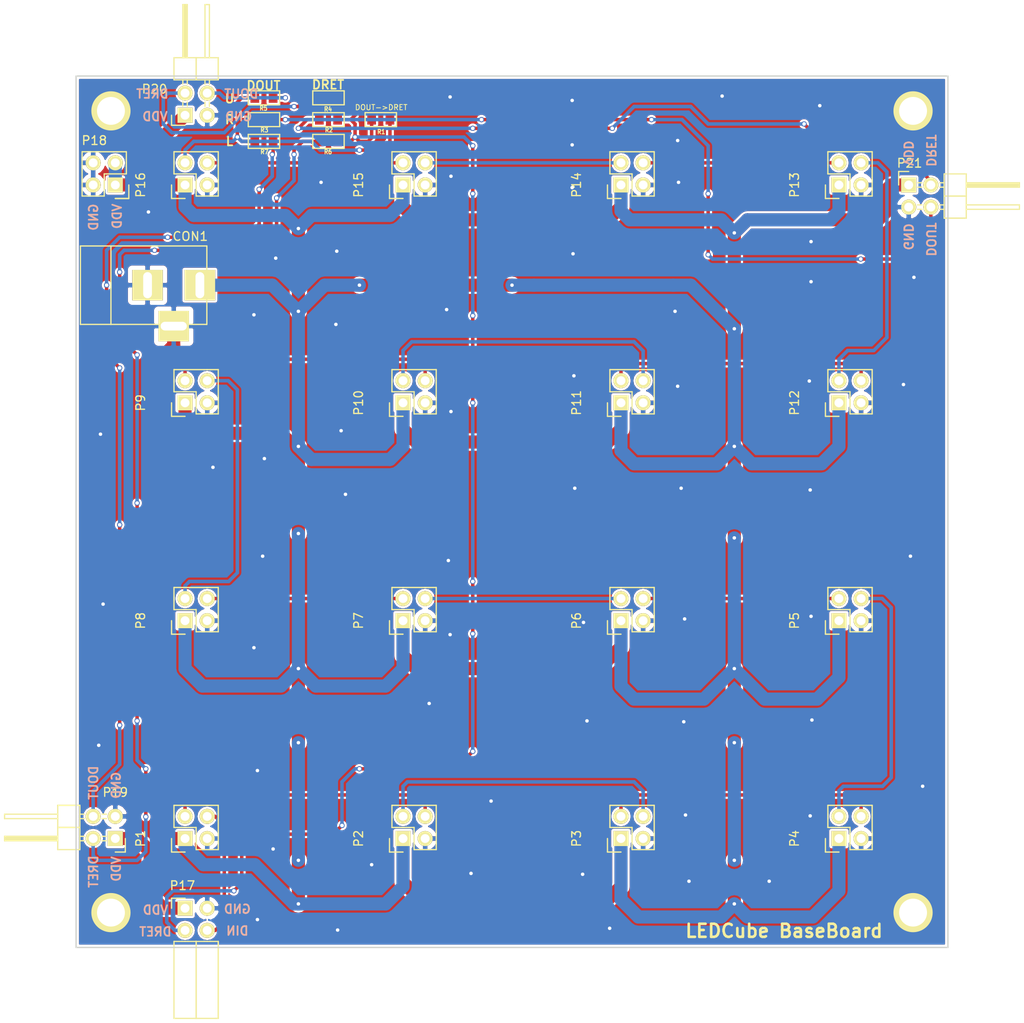
<source format=kicad_pcb>
(kicad_pcb (version 4) (host pcbnew 4.0.1-stable)
  (layers (0 F.Cu signal) (31 B.Cu signal) (34 B.Paste user) (35 F.Paste user) (36 B.SilkS user) (37 F.SilkS user) (38 B.Mask user) (39 F.Mask user) (44 Edge.Cuts user))
  (net 0 "")
  (net 1 VDD)
  (net 2 GND)
  (net 3 "Net-(P1-Pad2)")
  (net 4 "Net-(P1-Pad4)")
  (net 5 "Net-(P2-Pad2)")
  (net 6 "Net-(P3-Pad2)")
  (net 7 "Net-(P4-Pad2)")
  (net 8 "Net-(P5-Pad2)")
  (net 9 "Net-(P6-Pad2)")
  (net 10 "Net-(P7-Pad2)")
  (net 11 "Net-(P8-Pad2)")
  (net 12 "Net-(P10-Pad4)")
  (net 13 "Net-(P10-Pad2)")
  (net 14 "Net-(P11-Pad2)")
  (net 15 "Net-(P12-Pad2)")
  (net 16 "Net-(P13-Pad2)")
  (net 17 "Net-(P14-Pad2)")
  (net 18 "Net-(P15-Pad2)")
  (net 19 DOUT)
  (net 20 DRET)
  (net 21 "Net-(P19-Pad2)")
  (net 22 "Net-(P19-Pad4)")
  (net 23 "Net-(P20-Pad2)")
  (net 24 "Net-(P20-Pad4)")
  (net 25 "Net-(P21-Pad2)")
  (net 26 "Net-(P21-Pad4)")
  (module Connect:BARREL_JACK (layer F.Cu) (at 48 59)
    (fp_text reference CON1 (at 5.1 -5.6 180) (layer F.SilkS))
    (fp_text value BARREL_JACK)
    (pad 1 thru_hole rect (at 6.20014 0) (size 3.50012 3.50012) (drill oval 1.00076 2.99974) (layers *.Cu *.Mask F.SilkS) (net 1 VDD))
    (pad 2 thru_hole rect (at 0.20066 0) (size 3.50012 3.50012) (drill oval 1.00076 2.99974) (layers *.Cu *.Mask F.SilkS) (net 2 GND))
    (pad 3 thru_hole rect (at 3.2004 4.699) (size 3.50012 3.50012) (drill oval 2.99974 1.00076) (layers *.Cu *.Mask F.SilkS) (net 2 GND))
  )
  (module Pin_Headers:Pin_Header_Straight_2x02 (layer F.Cu) (at 52.5 122.5 90)
    (fp_text reference P1 (at 0 -5.1 90) (layer F.SilkS))
    (fp_text value CONN_02X02)
    (pad 1 thru_hole rect (at 0 0 90) (size 1.7272 1.7272) (drill 1.016) (layers *.Cu *.Mask F.SilkS) (net 1 VDD))
    (pad 2 thru_hole oval (at 2.54 0 90) (size 1.7272 1.7272) (drill 1.016) (layers *.Cu *.Mask F.SilkS) (net 3 "Net-(P1-Pad2)"))
    (pad 3 thru_hole oval (at 0 2.54 90) (size 1.7272 1.7272) (drill 1.016) (layers *.Cu *.Mask F.SilkS) (net 2 GND))
    (pad 4 thru_hole oval (at 2.54 2.54 90) (size 1.7272 1.7272) (drill 1.016) (layers *.Cu *.Mask F.SilkS) (net 4 "Net-(P1-Pad4)"))
  )
  (module Pin_Headers:Pin_Header_Straight_2x02 (layer F.Cu) (at 77.5 122.5 90)
    (fp_text reference P2 (at 0 -5.1 90) (layer F.SilkS))
    (fp_text value CONN_02X02)
    (pad 1 thru_hole rect (at 0 0 90) (size 1.7272 1.7272) (drill 1.016) (layers *.Cu *.Mask F.SilkS) (net 1 VDD))
    (pad 2 thru_hole oval (at 2.54 0 90) (size 1.7272 1.7272) (drill 1.016) (layers *.Cu *.Mask F.SilkS) (net 5 "Net-(P2-Pad2)"))
    (pad 3 thru_hole oval (at 0 2.54 90) (size 1.7272 1.7272) (drill 1.016) (layers *.Cu *.Mask F.SilkS) (net 2 GND))
    (pad 4 thru_hole oval (at 2.54 2.54 90) (size 1.7272 1.7272) (drill 1.016) (layers *.Cu *.Mask F.SilkS) (net 3 "Net-(P1-Pad2)"))
  )
  (module Pin_Headers:Pin_Header_Straight_2x02 (layer F.Cu) (at 102.5 122.5 90)
    (fp_text reference P3 (at 0 -5.1 90) (layer F.SilkS))
    (fp_text value CONN_02X02)
    (pad 1 thru_hole rect (at 0 0 90) (size 1.7272 1.7272) (drill 1.016) (layers *.Cu *.Mask F.SilkS) (net 1 VDD))
    (pad 2 thru_hole oval (at 2.54 0 90) (size 1.7272 1.7272) (drill 1.016) (layers *.Cu *.Mask F.SilkS) (net 6 "Net-(P3-Pad2)"))
    (pad 3 thru_hole oval (at 0 2.54 90) (size 1.7272 1.7272) (drill 1.016) (layers *.Cu *.Mask F.SilkS) (net 2 GND))
    (pad 4 thru_hole oval (at 2.54 2.54 90) (size 1.7272 1.7272) (drill 1.016) (layers *.Cu *.Mask F.SilkS) (net 5 "Net-(P2-Pad2)"))
  )
  (module Pin_Headers:Pin_Header_Straight_2x02 (layer F.Cu) (at 127.5 122.5 90)
    (fp_text reference P4 (at 0 -5.1 90) (layer F.SilkS))
    (fp_text value CONN_02X02)
    (pad 1 thru_hole rect (at 0 0 90) (size 1.7272 1.7272) (drill 1.016) (layers *.Cu *.Mask F.SilkS) (net 1 VDD))
    (pad 2 thru_hole oval (at 2.54 0 90) (size 1.7272 1.7272) (drill 1.016) (layers *.Cu *.Mask F.SilkS) (net 7 "Net-(P4-Pad2)"))
    (pad 3 thru_hole oval (at 0 2.54 90) (size 1.7272 1.7272) (drill 1.016) (layers *.Cu *.Mask F.SilkS) (net 2 GND))
    (pad 4 thru_hole oval (at 2.54 2.54 90) (size 1.7272 1.7272) (drill 1.016) (layers *.Cu *.Mask F.SilkS) (net 6 "Net-(P3-Pad2)"))
  )
  (module Pin_Headers:Pin_Header_Straight_2x02 (layer F.Cu) (at 127.5 97.5 90)
    (fp_text reference P5 (at 0 -5.1 90) (layer F.SilkS))
    (fp_text value CONN_02X02)
    (pad 1 thru_hole rect (at 0 0 90) (size 1.7272 1.7272) (drill 1.016) (layers *.Cu *.Mask F.SilkS) (net 1 VDD))
    (pad 2 thru_hole oval (at 2.54 0 90) (size 1.7272 1.7272) (drill 1.016) (layers *.Cu *.Mask F.SilkS) (net 8 "Net-(P5-Pad2)"))
    (pad 3 thru_hole oval (at 0 2.54 90) (size 1.7272 1.7272) (drill 1.016) (layers *.Cu *.Mask F.SilkS) (net 2 GND))
    (pad 4 thru_hole oval (at 2.54 2.54 90) (size 1.7272 1.7272) (drill 1.016) (layers *.Cu *.Mask F.SilkS) (net 7 "Net-(P4-Pad2)"))
  )
  (module Pin_Headers:Pin_Header_Straight_2x02 (layer F.Cu) (at 102.5 97.5 90)
    (fp_text reference P6 (at 0 -5.1 90) (layer F.SilkS))
    (fp_text value CONN_02X02)
    (pad 1 thru_hole rect (at 0 0 90) (size 1.7272 1.7272) (drill 1.016) (layers *.Cu *.Mask F.SilkS) (net 1 VDD))
    (pad 2 thru_hole oval (at 2.54 0 90) (size 1.7272 1.7272) (drill 1.016) (layers *.Cu *.Mask F.SilkS) (net 9 "Net-(P6-Pad2)"))
    (pad 3 thru_hole oval (at 0 2.54 90) (size 1.7272 1.7272) (drill 1.016) (layers *.Cu *.Mask F.SilkS) (net 2 GND))
    (pad 4 thru_hole oval (at 2.54 2.54 90) (size 1.7272 1.7272) (drill 1.016) (layers *.Cu *.Mask F.SilkS) (net 8 "Net-(P5-Pad2)"))
  )
  (module Pin_Headers:Pin_Header_Straight_2x02 (layer F.Cu) (at 77.5 97.5 90)
    (fp_text reference P7 (at 0 -5.1 90) (layer F.SilkS))
    (fp_text value CONN_02X02)
    (pad 1 thru_hole rect (at 0 0 90) (size 1.7272 1.7272) (drill 1.016) (layers *.Cu *.Mask F.SilkS) (net 1 VDD))
    (pad 2 thru_hole oval (at 2.54 0 90) (size 1.7272 1.7272) (drill 1.016) (layers *.Cu *.Mask F.SilkS) (net 10 "Net-(P7-Pad2)"))
    (pad 3 thru_hole oval (at 0 2.54 90) (size 1.7272 1.7272) (drill 1.016) (layers *.Cu *.Mask F.SilkS) (net 2 GND))
    (pad 4 thru_hole oval (at 2.54 2.54 90) (size 1.7272 1.7272) (drill 1.016) (layers *.Cu *.Mask F.SilkS) (net 9 "Net-(P6-Pad2)"))
  )
  (module Pin_Headers:Pin_Header_Straight_2x02 (layer F.Cu) (at 52.5 97.5 90)
    (fp_text reference P8 (at 0 -5.1 90) (layer F.SilkS))
    (fp_text value CONN_02X02)
    (pad 1 thru_hole rect (at 0 0 90) (size 1.7272 1.7272) (drill 1.016) (layers *.Cu *.Mask F.SilkS) (net 1 VDD))
    (pad 2 thru_hole oval (at 2.54 0 90) (size 1.7272 1.7272) (drill 1.016) (layers *.Cu *.Mask F.SilkS) (net 11 "Net-(P8-Pad2)"))
    (pad 3 thru_hole oval (at 0 2.54 90) (size 1.7272 1.7272) (drill 1.016) (layers *.Cu *.Mask F.SilkS) (net 2 GND))
    (pad 4 thru_hole oval (at 2.54 2.54 90) (size 1.7272 1.7272) (drill 1.016) (layers *.Cu *.Mask F.SilkS) (net 10 "Net-(P7-Pad2)"))
  )
  (module Pin_Headers:Pin_Header_Straight_2x02 (layer F.Cu) (at 52.5 72.5 90)
    (fp_text reference P9 (at 0 -5.1 90) (layer F.SilkS))
    (fp_text value CONN_02X02)
    (pad 1 thru_hole rect (at 0 0 90) (size 1.7272 1.7272) (drill 1.016) (layers *.Cu *.Mask F.SilkS) (net 1 VDD))
    (pad 2 thru_hole oval (at 2.54 0 90) (size 1.7272 1.7272) (drill 1.016) (layers *.Cu *.Mask F.SilkS) (net 12 "Net-(P10-Pad4)"))
    (pad 3 thru_hole oval (at 0 2.54 90) (size 1.7272 1.7272) (drill 1.016) (layers *.Cu *.Mask F.SilkS) (net 2 GND))
    (pad 4 thru_hole oval (at 2.54 2.54 90) (size 1.7272 1.7272) (drill 1.016) (layers *.Cu *.Mask F.SilkS) (net 11 "Net-(P8-Pad2)"))
  )
  (module Pin_Headers:Pin_Header_Straight_2x02 (layer F.Cu) (at 77.5 72.5 90)
    (fp_text reference P10 (at 0 -5.1 90) (layer F.SilkS))
    (fp_text value CONN_02X02)
    (pad 1 thru_hole rect (at 0 0 90) (size 1.7272 1.7272) (drill 1.016) (layers *.Cu *.Mask F.SilkS) (net 1 VDD))
    (pad 2 thru_hole oval (at 2.54 0 90) (size 1.7272 1.7272) (drill 1.016) (layers *.Cu *.Mask F.SilkS) (net 13 "Net-(P10-Pad2)"))
    (pad 3 thru_hole oval (at 0 2.54 90) (size 1.7272 1.7272) (drill 1.016) (layers *.Cu *.Mask F.SilkS) (net 2 GND))
    (pad 4 thru_hole oval (at 2.54 2.54 90) (size 1.7272 1.7272) (drill 1.016) (layers *.Cu *.Mask F.SilkS) (net 12 "Net-(P10-Pad4)"))
  )
  (module Pin_Headers:Pin_Header_Straight_2x02 (layer F.Cu) (at 102.5 72.5 90)
    (fp_text reference P11 (at 0 -5.1 90) (layer F.SilkS))
    (fp_text value CONN_02X02)
    (pad 1 thru_hole rect (at 0 0 90) (size 1.7272 1.7272) (drill 1.016) (layers *.Cu *.Mask F.SilkS) (net 1 VDD))
    (pad 2 thru_hole oval (at 2.54 0 90) (size 1.7272 1.7272) (drill 1.016) (layers *.Cu *.Mask F.SilkS) (net 14 "Net-(P11-Pad2)"))
    (pad 3 thru_hole oval (at 0 2.54 90) (size 1.7272 1.7272) (drill 1.016) (layers *.Cu *.Mask F.SilkS) (net 2 GND))
    (pad 4 thru_hole oval (at 2.54 2.54 90) (size 1.7272 1.7272) (drill 1.016) (layers *.Cu *.Mask F.SilkS) (net 13 "Net-(P10-Pad2)"))
  )
  (module Pin_Headers:Pin_Header_Straight_2x02 (layer F.Cu) (at 127.5 72.5 90)
    (fp_text reference P12 (at 0 -5.1 90) (layer F.SilkS))
    (fp_text value CONN_02X02)
    (pad 1 thru_hole rect (at 0 0 90) (size 1.7272 1.7272) (drill 1.016) (layers *.Cu *.Mask F.SilkS) (net 1 VDD))
    (pad 2 thru_hole oval (at 2.54 0 90) (size 1.7272 1.7272) (drill 1.016) (layers *.Cu *.Mask F.SilkS) (net 15 "Net-(P12-Pad2)"))
    (pad 3 thru_hole oval (at 0 2.54 90) (size 1.7272 1.7272) (drill 1.016) (layers *.Cu *.Mask F.SilkS) (net 2 GND))
    (pad 4 thru_hole oval (at 2.54 2.54 90) (size 1.7272 1.7272) (drill 1.016) (layers *.Cu *.Mask F.SilkS) (net 14 "Net-(P11-Pad2)"))
  )
  (module Pin_Headers:Pin_Header_Straight_2x02 (layer F.Cu) (at 127.5 47.5 90)
    (fp_text reference P13 (at 0 -5.1 90) (layer F.SilkS))
    (fp_text value CONN_02X02)
    (pad 1 thru_hole rect (at 0 0 90) (size 1.7272 1.7272) (drill 1.016) (layers *.Cu *.Mask F.SilkS) (net 1 VDD))
    (pad 2 thru_hole oval (at 2.54 0 90) (size 1.7272 1.7272) (drill 1.016) (layers *.Cu *.Mask F.SilkS) (net 16 "Net-(P13-Pad2)"))
    (pad 3 thru_hole oval (at 0 2.54 90) (size 1.7272 1.7272) (drill 1.016) (layers *.Cu *.Mask F.SilkS) (net 2 GND))
    (pad 4 thru_hole oval (at 2.54 2.54 90) (size 1.7272 1.7272) (drill 1.016) (layers *.Cu *.Mask F.SilkS) (net 15 "Net-(P12-Pad2)"))
  )
  (module Pin_Headers:Pin_Header_Straight_2x02 (layer F.Cu) (at 102.5 47.5 90)
    (fp_text reference P14 (at 0 -5.1 90) (layer F.SilkS))
    (fp_text value CONN_02X02)
    (pad 1 thru_hole rect (at 0 0 90) (size 1.7272 1.7272) (drill 1.016) (layers *.Cu *.Mask F.SilkS) (net 1 VDD))
    (pad 2 thru_hole oval (at 2.54 0 90) (size 1.7272 1.7272) (drill 1.016) (layers *.Cu *.Mask F.SilkS) (net 17 "Net-(P14-Pad2)"))
    (pad 3 thru_hole oval (at 0 2.54 90) (size 1.7272 1.7272) (drill 1.016) (layers *.Cu *.Mask F.SilkS) (net 2 GND))
    (pad 4 thru_hole oval (at 2.54 2.54 90) (size 1.7272 1.7272) (drill 1.016) (layers *.Cu *.Mask F.SilkS) (net 16 "Net-(P13-Pad2)"))
  )
  (module Pin_Headers:Pin_Header_Straight_2x02 (layer F.Cu) (at 77.5 47.5 90)
    (fp_text reference P15 (at 0 -5.1 90) (layer F.SilkS))
    (fp_text value CONN_02X02)
    (pad 1 thru_hole rect (at 0 0 90) (size 1.7272 1.7272) (drill 1.016) (layers *.Cu *.Mask F.SilkS) (net 1 VDD))
    (pad 2 thru_hole oval (at 2.54 0 90) (size 1.7272 1.7272) (drill 1.016) (layers *.Cu *.Mask F.SilkS) (net 18 "Net-(P15-Pad2)"))
    (pad 3 thru_hole oval (at 0 2.54 90) (size 1.7272 1.7272) (drill 1.016) (layers *.Cu *.Mask F.SilkS) (net 2 GND))
    (pad 4 thru_hole oval (at 2.54 2.54 90) (size 1.7272 1.7272) (drill 1.016) (layers *.Cu *.Mask F.SilkS) (net 17 "Net-(P14-Pad2)"))
  )
  (module Pin_Headers:Pin_Header_Straight_2x02 (layer F.Cu) (at 52.5 47.5 90)
    (fp_text reference P16 (at 0 -5.1 90) (layer F.SilkS))
    (fp_text value CONN_02X02)
    (pad 1 thru_hole rect (at 0 0 90) (size 1.7272 1.7272) (drill 1.016) (layers *.Cu *.Mask F.SilkS) (net 1 VDD))
    (pad 2 thru_hole oval (at 2.54 0 90) (size 1.7272 1.7272) (drill 1.016) (layers *.Cu *.Mask F.SilkS) (net 19 DOUT))
    (pad 3 thru_hole oval (at 0 2.54 90) (size 1.7272 1.7272) (drill 1.016) (layers *.Cu *.Mask F.SilkS) (net 2 GND))
    (pad 4 thru_hole oval (at 2.54 2.54 90) (size 1.7272 1.7272) (drill 1.016) (layers *.Cu *.Mask F.SilkS) (net 18 "Net-(P15-Pad2)"))
  )
  (module Socket_Strips:Socket_Strip_Angled_2x02 (layer F.Cu) (at 52.5 130.5)
    (fp_text reference P17 (at -0.3 -2.6) (layer F.SilkS))
    (fp_text value CONN_02X02)
    (pad 1 thru_hole rect (at 0 0) (size 1.7272 1.7272) (drill 1.016) (layers *.Cu *.Mask F.SilkS) (net 1 VDD))
    (pad 2 thru_hole oval (at 0 2.54) (size 1.7272 1.7272) (drill 1.016) (layers *.Cu *.Mask F.SilkS) (net 20 DRET))
    (pad 3 thru_hole oval (at 2.54 0) (size 1.7272 1.7272) (drill 1.016) (layers *.Cu *.Mask F.SilkS) (net 2 GND))
    (pad 4 thru_hole oval (at 2.54 2.54) (size 1.7272 1.7272) (drill 1.016) (layers *.Cu *.Mask F.SilkS) (net 4 "Net-(P1-Pad4)"))
  )
  (module Socket_Strips:Socket_Strip_Straight_2x02 (layer F.Cu) (at 44.5 47.5 180)
    (fp_text reference P18 (at 2.4 5.1 180) (layer F.SilkS))
    (fp_text value CONN_02X02)
    (pad 1 thru_hole rect (at 0 0 180) (size 1.7272 1.7272) (drill 1.016) (layers *.Cu *.Mask F.SilkS) (net 1 VDD))
    (pad 2 thru_hole oval (at 0 2.54 180) (size 1.7272 1.7272) (drill 1.016) (layers *.Cu *.Mask F.SilkS) (net 1 VDD))
    (pad 3 thru_hole oval (at 2.54 0 180) (size 1.7272 1.7272) (drill 1.016) (layers *.Cu *.Mask F.SilkS) (net 2 GND))
    (pad 4 thru_hole oval (at 2.54 2.54 180) (size 1.7272 1.7272) (drill 1.016) (layers *.Cu *.Mask F.SilkS) (net 2 GND))
  )
  (module Pin_Headers:Pin_Header_Angled_2x02 (layer F.Cu) (at 44.5 122.5 180)
    (fp_text reference P19 (at 0 5.3 180) (layer F.SilkS))
    (fp_text value CONN_02X02)
    (pad 1 thru_hole rect (at 0 0 180) (size 1.7272 1.7272) (drill 1.016) (layers *.Cu *.Mask F.SilkS) (net 1 VDD))
    (pad 2 thru_hole oval (at 2.54 0 180) (size 1.7272 1.7272) (drill 1.016) (layers *.Cu *.Mask F.SilkS) (net 21 "Net-(P19-Pad2)"))
    (pad 3 thru_hole oval (at 0 2.54 180) (size 1.7272 1.7272) (drill 1.016) (layers *.Cu *.Mask F.SilkS) (net 2 GND))
    (pad 4 thru_hole oval (at 2.54 2.54 180) (size 1.7272 1.7272) (drill 1.016) (layers *.Cu *.Mask F.SilkS) (net 22 "Net-(P19-Pad4)"))
  )
  (module Pin_Headers:Pin_Header_Angled_2x02 (layer F.Cu) (at 52.5 39.5 90)
    (fp_text reference P20 (at 3 -3.5 180) (layer F.SilkS))
    (fp_text value CONN_02X02)
    (pad 1 thru_hole rect (at 0 0 90) (size 1.7272 1.7272) (drill 1.016) (layers *.Cu *.Mask F.SilkS) (net 1 VDD))
    (pad 2 thru_hole oval (at 2.54 0 90) (size 1.7272 1.7272) (drill 1.016) (layers *.Cu *.Mask F.SilkS) (net 23 "Net-(P20-Pad2)"))
    (pad 3 thru_hole oval (at 0 2.54 90) (size 1.7272 1.7272) (drill 1.016) (layers *.Cu *.Mask F.SilkS) (net 2 GND))
    (pad 4 thru_hole oval (at 2.54 2.54 90) (size 1.7272 1.7272) (drill 1.016) (layers *.Cu *.Mask F.SilkS) (net 24 "Net-(P20-Pad4)"))
  )
  (module Pin_Headers:Pin_Header_Angled_2x02 (layer F.Cu) (at 135.5 47.5)
    (fp_text reference P21 (at 0.1 -2.5) (layer F.SilkS))
    (fp_text value CONN_02X02)
    (pad 1 thru_hole rect (at 0 0) (size 1.7272 1.7272) (drill 1.016) (layers *.Cu *.Mask F.SilkS) (net 1 VDD))
    (pad 2 thru_hole oval (at 2.54 0) (size 1.7272 1.7272) (drill 1.016) (layers *.Cu *.Mask F.SilkS) (net 25 "Net-(P21-Pad2)"))
    (pad 3 thru_hole oval (at 0 2.54) (size 1.7272 1.7272) (drill 1.016) (layers *.Cu *.Mask F.SilkS) (net 2 GND))
    (pad 4 thru_hole oval (at 2.54 2.54) (size 1.7272 1.7272) (drill 1.016) (layers *.Cu *.Mask F.SilkS) (net 26 "Net-(P21-Pad4)"))
  )
  (module hastech:M3_Drill (layer F.Cu) (at 44 39 90)
    (fp_text reference P22 hide)
    (fp_text value CONN_01X01 hide)
    (pad 1 thru_hole circle (at 0 0 90) (size 4.5 4.5) (drill 3.2) (layers *.Cu *.Mask F.SilkS) (net 2 GND))
  )
  (module hastech:M3_Drill (layer F.Cu) (at 44 131 90)
    (fp_text reference P23 hide)
    (fp_text value CONN_01X01 hide)
    (pad 1 thru_hole circle (at 0 0 90) (size 4.5 4.5) (drill 3.2) (layers *.Cu *.Mask F.SilkS) (net 2 GND))
  )
  (module hastech:M3_Drill (layer F.Cu) (at 136 39 90)
    (fp_text reference P24 hide)
    (fp_text value CONN_01X01 hide)
    (pad 1 thru_hole circle (at 0 0 90) (size 4.5 4.5) (drill 3.2) (layers *.Cu *.Mask F.SilkS) (net 2 GND))
  )
  (module hastech:M3_Drill (layer F.Cu) (at 136 131 90)
    (fp_text reference P25 hide)
    (fp_text value CONN_01X01 hide)
    (pad 1 thru_hole circle (at 0 0 90) (size 4.5 4.5) (drill 3.2) (layers *.Cu *.Mask F.SilkS) (net 2 GND))
  )
  (module kamiya:HANDSOL_0603 (layer F.Cu) (at 75 40 180)
    (fp_text reference R1 (at 0 -1.4 180) (layer F.SilkS) (effects (font (size 0.508 0.4572) (thickness 0.1143))))
    (fp_text value R hide)
    (pad 1 smd rect (at -1 0 180) (size 1 1.143) (layers F.Cu F.Paste F.Mask) (net 19 DOUT))
    (pad 2 smd rect (at 1.1 0 180) (size 1 1.143) (layers F.Cu F.Paste F.Mask) (net 20 DRET))
  )
  (module kamiya:HANDSOL_0603 (layer F.Cu) (at 69 40 180)
    (fp_text reference R2 (at 0 -1.2 180) (layer F.SilkS) (effects (font (size 0.508 0.4572) (thickness 0.1143))))
    (fp_text value R hide)
    (pad 1 smd rect (at -1 0 180) (size 1 1.143) (layers F.Cu F.Paste F.Mask) (net 20 DRET))
    (pad 2 smd rect (at 1.1 0 180) (size 1 1.143) (layers F.Cu F.Paste F.Mask) (net 25 "Net-(P21-Pad2)"))
  )
  (module kamiya:HANDSOL_0603 (layer F.Cu) (at 61.5 40)
    (fp_text reference R3 (at 0.1 1.2) (layer F.SilkS) (effects (font (size 0.508 0.4572) (thickness 0.1143))))
    (fp_text value R hide)
    (pad 1 smd rect (at -1 0) (size 1 1.143) (layers F.Cu F.Paste F.Mask) (net 19 DOUT))
    (pad 2 smd rect (at 1.1 0) (size 1 1.143) (layers F.Cu F.Paste F.Mask) (net 26 "Net-(P21-Pad4)"))
  )
  (module kamiya:HANDSOL_0603 (layer F.Cu) (at 69 37.5 180)
    (fp_text reference R4 (at 0.1 -1.3 180) (layer F.SilkS) (effects (font (size 0.508 0.4572) (thickness 0.1143))))
    (fp_text value R hide)
    (pad 1 smd rect (at -1 0 180) (size 1 1.143) (layers F.Cu F.Paste F.Mask) (net 20 DRET))
    (pad 2 smd rect (at 1.1 0 180) (size 1 1.143) (layers F.Cu F.Paste F.Mask) (net 23 "Net-(P20-Pad2)"))
  )
  (module kamiya:HANDSOL_0603 (layer F.Cu) (at 61.5 37.5)
    (fp_text reference R5 (at 0 1.2) (layer F.SilkS) (effects (font (size 0.508 0.4572) (thickness 0.1143))))
    (fp_text value R hide)
    (pad 1 smd rect (at -1 0) (size 1 1.143) (layers F.Cu F.Paste F.Mask) (net 19 DOUT))
    (pad 2 smd rect (at 1.1 0) (size 1 1.143) (layers F.Cu F.Paste F.Mask) (net 24 "Net-(P20-Pad4)"))
  )
  (module kamiya:HANDSOL_0603 (layer F.Cu) (at 69 42.5 180)
    (fp_text reference R6 (at 0.1 -1.2 180) (layer F.SilkS) (effects (font (size 0.508 0.4572) (thickness 0.1143))))
    (fp_text value R hide)
    (pad 1 smd rect (at -1 0 180) (size 1 1.143) (layers F.Cu F.Paste F.Mask) (net 20 DRET))
    (pad 2 smd rect (at 1.1 0 180) (size 1 1.143) (layers F.Cu F.Paste F.Mask) (net 21 "Net-(P19-Pad2)"))
  )
  (module kamiya:HANDSOL_0603 (layer F.Cu) (at 61.5 42.5)
    (fp_text reference R7 (at 0.1 1.2) (layer F.SilkS) (effects (font (size 0.508 0.4572) (thickness 0.1143))))
    (fp_text value R hide)
    (pad 1 smd rect (at -1 0) (size 1 1.143) (layers F.Cu F.Paste F.Mask) (net 19 DOUT))
    (pad 2 smd rect (at 1.1 0) (size 1 1.143) (layers F.Cu F.Paste F.Mask) (net 22 "Net-(P19-Pad4)"))
  )
  (gr_text "LEDCube BaseBoard" (at 121.2 133.1) (layer F.SilkS) (effects (font (size 1.5 1.5) (thickness 0.3))))
  (gr_text DOUT->DRET (at 75 38.6) (layer F.SilkS) (effects (font (size 0.6 0.6) (thickness 0.1))))
  (gr_text DOUT (at 58.95 37.05 360) (layer B.SilkS) (effects (font (size 1 1) (thickness 0.2)) (justify mirror)))
  (gr_text GND (at 58.65 39.65 360) (layer B.SilkS) (effects (font (size 1 1) (thickness 0.2)) (justify mirror)))
  (gr_text DRET (at 48.75 37.05 360) (layer B.SilkS) (effects (font (size 1 1) (thickness 0.2)) (justify mirror)))
  (gr_text VDD (at 49.05 39.65 360) (layer B.SilkS) (effects (font (size 1 1) (thickness 0.2)) (justify mirror)))
  (gr_text VDD (at 135.45 43.85 270) (layer B.SilkS) (effects (font (size 1 1) (thickness 0.2)) (justify mirror)))
  (gr_text DRET (at 138.05 43.55 270) (layer B.SilkS) (effects (font (size 1 1) (thickness 0.2)) (justify mirror)))
  (gr_text GND (at 135.45 53.45 270) (layer B.SilkS) (effects (font (size 1 1) (thickness 0.2)) (justify mirror)))
  (gr_text DOUT (at 138.05 53.75 270) (layer B.SilkS) (effects (font (size 1 1) (thickness 0.2)) (justify mirror)))
  (gr_text VDD (at 44.7 51.1 90) (layer B.SilkS) (effects (font (size 1 1) (thickness 0.2)) (justify mirror)))
  (gr_text GND (at 42 51.2 90) (layer B.SilkS) (effects (font (size 1 1) (thickness 0.2)) (justify mirror)))
  (gr_text DOUT (at 42 116.1 90) (layer B.SilkS) (effects (font (size 1 1) (thickness 0.2)) (justify mirror)))
  (gr_text GND (at 44.6 116.4 90) (layer B.SilkS) (effects (font (size 1 1) (thickness 0.2)) (justify mirror)))
  (gr_text DRET (at 42 126.3 90) (layer B.SilkS) (effects (font (size 1 1) (thickness 0.2)) (justify mirror)))
  (gr_text VDD (at 44.6 126 90) (layer B.SilkS) (effects (font (size 1 1) (thickness 0.2)) (justify mirror)))
  (gr_text DIN (at 58.5 133.1) (layer B.SilkS) (effects (font (size 1 1) (thickness 0.2)) (justify mirror)))
  (gr_text GND (at 58.5 130.6) (layer B.SilkS) (effects (font (size 1 1) (thickness 0.2)) (justify mirror)))
  (gr_text DRET (at 49.1 133.2) (layer B.SilkS) (effects (font (size 1 1) (thickness 0.2)) (justify mirror)))
  (gr_text VDD (at 49.1 130.7) (layer B.SilkS) (effects (font (size 1 1) (thickness 0.2)) (justify mirror)))
  (gr_text DRET (at 68.9 36) (layer F.SilkS) (effects (font (size 1 1) (thickness 0.2))))
  (gr_text DOUT (at 61.5 36.1) (layer F.SilkS) (effects (font (size 1 1) (thickness 0.2))))
  (gr_text L (at 57.6 42.5) (layer F.SilkS) (effects (font (size 1 1) (thickness 0.2))))
  (gr_text R (at 57.6 40) (layer F.SilkS) (effects (font (size 1 1) (thickness 0.2))))
  (gr_text U (at 57.6 37.6) (layer F.SilkS) (effects (font (size 1 1) (thickness 0.2))))
  (gr_line (start 40 135) (end 40 35) (angle 90) (layer Edge.Cuts) (width 0.15))
  (gr_line (start 140 135) (end 40 135) (angle 90) (layer Edge.Cuts) (width 0.15))
  (gr_line (start 140 35) (end 140 135) (angle 90) (layer Edge.Cuts) (width 0.15))
  (gr_line (start 40 35) (end 140 35) (angle 90) (layer Edge.Cuts) (width 0.15))
  (segment (start 44.5 44.96) (end 44.5 47.5) (width 1.5) (layer B.Cu) (net 1))
  (segment (start 115.5 64) (end 110.5 59) (width 1.5) (layer B.Cu) (net 1))
  (segment (start 110.5 59) (end 108.5 59) (width 1.5) (layer B.Cu) (net 1))
  (segment (start 65.5 62) (end 68.5 59) (width 1.5) (layer B.Cu) (net 1))
  (segment (start 68.5 59) (end 72.5 59) (width 1.5) (layer B.Cu) (net 1))
  (via (at 72.5 59) (size 1.2) (drill 0.4) (layers F.Cu B.Cu) (net 1))
  (segment (start 72.5 59) (end 87.5 59) (width 1.5) (layer F.Cu) (net 1))
  (segment (start 87.5 59) (end 90 59) (width 1.5) (layer F.Cu) (net 1))
  (via (at 90 59) (size 1.2) (drill 0.4) (layers F.Cu B.Cu) (net 1))
  (segment (start 90 59) (end 92.5 59) (width 1.5) (layer B.Cu) (net 1))
  (segment (start 92.5 59) (end 108.5 59) (width 1.5) (layer B.Cu) (net 1))
  (segment (start 77.5 47.5) (end 77.5 50) (width 1.5) (layer F.Cu) (net 1))
  (segment (start 102.5 50) (end 102.5 47.5) (width 1.5) (layer F.Cu) (net 1))
  (segment (start 101 51.5) (end 102.5 50) (width 1.5) (layer F.Cu) (net 1))
  (segment (start 79 51.5) (end 101 51.5) (width 1.5) (layer F.Cu) (net 1))
  (segment (start 77.5 50) (end 79 51.5) (width 1.5) (layer F.Cu) (net 1))
  (segment (start 77.5 72.5) (end 77.5 75.5) (width 1.5) (layer F.Cu) (net 1))
  (segment (start 102.5 75.5) (end 102.5 72.5) (width 1.5) (layer F.Cu) (net 1))
  (segment (start 101 77) (end 102.5 75.5) (width 1.5) (layer F.Cu) (net 1))
  (segment (start 79 77) (end 101 77) (width 1.5) (layer F.Cu) (net 1))
  (segment (start 77.5 75.5) (end 79 77) (width 1.5) (layer F.Cu) (net 1))
  (segment (start 77.5 97.5) (end 77.5 101.5) (width 1.5) (layer F.Cu) (net 1))
  (segment (start 102.5 100.5) (end 102.5 97.5) (width 1.5) (layer F.Cu) (net 1))
  (segment (start 100 103) (end 102.5 100.5) (width 1.5) (layer F.Cu) (net 1))
  (segment (start 79 103) (end 100 103) (width 1.5) (layer F.Cu) (net 1))
  (segment (start 77.5 101.5) (end 79 103) (width 1.5) (layer F.Cu) (net 1))
  (segment (start 77.5 122.5) (end 77.5 127.5) (width 1.5) (layer F.Cu) (net 1))
  (segment (start 102.5 128) (end 102.5 122.5) (width 1.5) (layer F.Cu) (net 1))
  (segment (start 100.5 130) (end 102.5 128) (width 1.5) (layer F.Cu) (net 1))
  (segment (start 80 130) (end 100.5 130) (width 1.5) (layer F.Cu) (net 1))
  (segment (start 77.5 127.5) (end 80 130) (width 1.5) (layer F.Cu) (net 1))
  (segment (start 48.5 124) (end 47 122.5) (width 1.5) (layer F.Cu) (net 1))
  (segment (start 47 122.5) (end 44.5 122.5) (width 1.5) (layer F.Cu) (net 1))
  (segment (start 52.5 122.5) (end 50 122.5) (width 1.5) (layer F.Cu) (net 1))
  (segment (start 50 130.5) (end 52.5 130.5) (width 1.5) (layer F.Cu) (net 1))
  (segment (start 48.5 129) (end 50 130.5) (width 1.5) (layer F.Cu) (net 1))
  (segment (start 48.5 124) (end 48.5 129) (width 1.5) (layer F.Cu) (net 1))
  (segment (start 50 122.5) (end 48.5 124) (width 1.5) (layer F.Cu) (net 1))
  (segment (start 48.5 46) (end 47 47.5) (width 1.5) (layer F.Cu) (net 1))
  (segment (start 47 47.5) (end 44.5 47.5) (width 1.5) (layer F.Cu) (net 1))
  (segment (start 52.5 39.5) (end 48.5 43.5) (width 1.5) (layer F.Cu) (net 1))
  (segment (start 50 47.5) (end 52.5 47.5) (width 1.5) (layer F.Cu) (net 1))
  (segment (start 48.5 46) (end 50 47.5) (width 1.5) (layer F.Cu) (net 1))
  (segment (start 48.5 43.5) (end 48.5 46) (width 1.5) (layer F.Cu) (net 1))
  (segment (start 135.5 47.5) (end 133.5 47.5) (width 1.5) (layer F.Cu) (net 1))
  (segment (start 117 51.5) (end 115.5 53) (width 1.5) (layer F.Cu) (net 1))
  (segment (start 132 51.5) (end 117 51.5) (width 1.5) (layer F.Cu) (net 1))
  (segment (start 133 50.5) (end 132 51.5) (width 1.5) (layer F.Cu) (net 1))
  (segment (start 133 48) (end 133 50.5) (width 1.5) (layer F.Cu) (net 1))
  (segment (start 133.5 47.5) (end 133 48) (width 1.5) (layer F.Cu) (net 1))
  (segment (start 65.5 52.5) (end 64 51) (width 1.5) (layer B.Cu) (net 1))
  (segment (start 52.5 50) (end 52.5 47.5) (width 1.5) (layer B.Cu) (net 1))
  (segment (start 53.5 51) (end 52.5 50) (width 1.5) (layer B.Cu) (net 1))
  (segment (start 64 51) (end 53.5 51) (width 1.5) (layer B.Cu) (net 1))
  (segment (start 65.5 52.5) (end 67 51) (width 1.5) (layer B.Cu) (net 1))
  (via (at 65.5 52.5) (size 1.2) (drill 0.4) (layers F.Cu B.Cu) (net 1))
  (segment (start 65.5 62) (end 65.5 52.5) (width 1.5) (layer F.Cu) (net 1))
  (segment (start 77.5 49.5) (end 77.5 47.5) (width 1.5) (layer B.Cu) (net 1))
  (segment (start 76 51) (end 77.5 49.5) (width 1.5) (layer B.Cu) (net 1))
  (segment (start 67 51) (end 76 51) (width 1.5) (layer B.Cu) (net 1))
  (segment (start 65.5 77.5) (end 67 79) (width 1.5) (layer B.Cu) (net 1))
  (segment (start 77.5 77.5) (end 77.5 72.5) (width 1.5) (layer B.Cu) (net 1))
  (segment (start 76 79) (end 77.5 77.5) (width 1.5) (layer B.Cu) (net 1))
  (segment (start 67 79) (end 76 79) (width 1.5) (layer B.Cu) (net 1))
  (segment (start 65.5 78) (end 63.5 76) (width 1.5) (layer F.Cu) (net 1))
  (segment (start 52.5 75) (end 52.5 72.5) (width 1.5) (layer F.Cu) (net 1))
  (segment (start 53.5 76) (end 52.5 75) (width 1.5) (layer F.Cu) (net 1))
  (segment (start 63.5 76) (end 53.5 76) (width 1.5) (layer F.Cu) (net 1))
  (segment (start 77.5 97.5) (end 77.5 103) (width 1.5) (layer B.Cu) (net 1))
  (segment (start 67.5 105) (end 65.5 103) (width 1.5) (layer B.Cu) (net 1))
  (segment (start 75.5 105) (end 67.5 105) (width 1.5) (layer B.Cu) (net 1))
  (segment (start 77.5 103) (end 75.5 105) (width 1.5) (layer B.Cu) (net 1))
  (segment (start 52.5 97.5) (end 52.5 103) (width 1.5) (layer B.Cu) (net 1))
  (segment (start 63.5 105) (end 65.5 103) (width 1.5) (layer B.Cu) (net 1))
  (segment (start 54.5 105) (end 63.5 105) (width 1.5) (layer B.Cu) (net 1))
  (segment (start 52.5 103) (end 54.5 105) (width 1.5) (layer B.Cu) (net 1))
  (segment (start 65.5 130) (end 75.5 130) (width 1.5) (layer B.Cu) (net 1))
  (segment (start 77.5 128) (end 77.5 122.5) (width 1.5) (layer B.Cu) (net 1))
  (segment (start 75.5 130) (end 77.5 128) (width 1.5) (layer B.Cu) (net 1))
  (segment (start 52.5 122.5) (end 52.5 123.4) (width 1.5) (layer B.Cu) (net 1))
  (via (at 65.5 77.5) (size 1.2) (drill 0.4) (layers F.Cu B.Cu) (net 1))
  (segment (start 65.5 77.5) (end 65.5 78) (width 1.5) (layer F.Cu) (net 1))
  (segment (start 65.5 78) (end 65.5 87.5) (width 1.5) (layer F.Cu) (net 1))
  (via (at 65.5 87.5) (size 1.2) (drill 0.4) (layers F.Cu B.Cu) (net 1))
  (segment (start 65.5 87.5) (end 65.5 103) (width 1.5) (layer B.Cu) (net 1))
  (via (at 65.5 103) (size 1.2) (drill 0.4) (layers F.Cu B.Cu) (net 1))
  (segment (start 65.5 103) (end 65.5 111.5) (width 1.5) (layer F.Cu) (net 1))
  (via (at 65.5 111.5) (size 1.2) (drill 0.4) (layers F.Cu B.Cu) (net 1))
  (segment (start 65.5 111.5) (end 65.5 125) (width 1.5) (layer B.Cu) (net 1))
  (via (at 65.5 125) (size 1.2) (drill 0.4) (layers F.Cu B.Cu) (net 1))
  (segment (start 65.5 125) (end 65.5 130) (width 1.5) (layer F.Cu) (net 1))
  (via (at 65.5 130) (size 1.2) (drill 0.4) (layers F.Cu B.Cu) (net 1))
  (segment (start 65.5 77.5) (end 65.5 62) (width 1.5) (layer B.Cu) (net 1))
  (segment (start 65 130) (end 65.5 130) (width 1.5) (layer B.Cu) (net 1))
  (segment (start 60.5 125.5) (end 65 130) (width 1.5) (layer B.Cu) (net 1))
  (segment (start 54.6 125.5) (end 60.5 125.5) (width 1.5) (layer B.Cu) (net 1))
  (segment (start 52.5 123.4) (end 54.6 125.5) (width 1.5) (layer B.Cu) (net 1))
  (segment (start 115.5 130) (end 114 131.5) (width 1.5) (layer B.Cu) (net 1))
  (segment (start 104.5 131.5) (end 102.5 129.5) (width 1.5) (layer B.Cu) (net 1))
  (segment (start 102.5 129.5) (end 102.5 122.5) (width 1.5) (layer B.Cu) (net 1))
  (segment (start 114 131.5) (end 104.5 131.5) (width 1.5) (layer B.Cu) (net 1))
  (via (at 65.5 62) (size 1.2) (drill 0.4) (layers F.Cu B.Cu) (net 1))
  (segment (start 54.20014 59) (end 62.5 59) (width 1.5) (layer B.Cu) (net 1))
  (segment (start 62.5 59) (end 65.5 62) (width 1.5) (layer B.Cu) (net 1))
  (segment (start 115.5 53) (end 114 51.5) (width 1.5) (layer B.Cu) (net 1))
  (segment (start 114 51.5) (end 103.5 51.5) (width 1.5) (layer B.Cu) (net 1))
  (segment (start 103.5 51.5) (end 102.5 50.5) (width 1.5) (layer B.Cu) (net 1))
  (segment (start 102.5 50.5) (end 102.5 47.5) (width 1.5) (layer B.Cu) (net 1))
  (segment (start 115.5 63.5) (end 115.5 53) (width 1.5) (layer F.Cu) (net 1))
  (segment (start 127.5 50.5) (end 127.5 47.5) (width 1.5) (layer B.Cu) (net 1))
  (segment (start 126.5 51.5) (end 127.5 50.5) (width 1.5) (layer B.Cu) (net 1))
  (segment (start 117 51.5) (end 126.5 51.5) (width 1.5) (layer B.Cu) (net 1))
  (segment (start 115.5 53) (end 117 51.5) (width 1.5) (layer B.Cu) (net 1))
  (via (at 115.5 53) (size 1.2) (drill 0.4) (layers F.Cu B.Cu) (net 1))
  (segment (start 102.5 72.5) (end 102.5 78) (width 1.5) (layer B.Cu) (net 1))
  (segment (start 102.5 78) (end 104 79.5) (width 1.5) (layer B.Cu) (net 1))
  (segment (start 104 79.5) (end 113.5 79.5) (width 1.5) (layer B.Cu) (net 1))
  (segment (start 113.5 79.5) (end 115.5 77.5) (width 1.5) (layer B.Cu) (net 1))
  (segment (start 127.5 72.5) (end 127.5 77.5) (width 1.5) (layer B.Cu) (net 1))
  (segment (start 117.5 79.5) (end 115.5 77.5) (width 1.5) (layer B.Cu) (net 1))
  (segment (start 125.5 79.5) (end 117.5 79.5) (width 1.5) (layer B.Cu) (net 1))
  (segment (start 127.5 77.5) (end 125.5 79.5) (width 1.5) (layer B.Cu) (net 1))
  (segment (start 102.5 97.5) (end 102.5 105) (width 1.5) (layer B.Cu) (net 1))
  (segment (start 102.5 105) (end 104 106.5) (width 1.5) (layer B.Cu) (net 1))
  (segment (start 104 106.5) (end 112 106.5) (width 1.5) (layer B.Cu) (net 1))
  (segment (start 112 106.5) (end 115.5 103) (width 1.5) (layer B.Cu) (net 1))
  (segment (start 127.5 97.5) (end 127.5 104) (width 1.5) (layer B.Cu) (net 1))
  (segment (start 119 106.5) (end 115.5 103) (width 1.5) (layer B.Cu) (net 1))
  (segment (start 125 106.5) (end 119 106.5) (width 1.5) (layer B.Cu) (net 1))
  (segment (start 127.5 104) (end 125 106.5) (width 1.5) (layer B.Cu) (net 1))
  (segment (start 115.5 111.5) (end 115.5 125) (width 1.5) (layer B.Cu) (net 1))
  (segment (start 115.5 63.5) (end 115.5 64) (width 1.5) (layer F.Cu) (net 1))
  (segment (start 115.5 64) (end 115.5 77.5) (width 1.5) (layer B.Cu) (net 1))
  (via (at 115.5 64) (size 1.2) (drill 0.4) (layers F.Cu B.Cu) (net 1))
  (via (at 115.5 77.5) (size 1.2) (drill 0.4) (layers F.Cu B.Cu) (net 1))
  (segment (start 115.5 77.5) (end 115.5 88) (width 1.5) (layer F.Cu) (net 1))
  (via (at 115.5 88) (size 1.2) (drill 0.4) (layers F.Cu B.Cu) (net 1))
  (segment (start 115.5 88) (end 115.5 103) (width 1.5) (layer B.Cu) (net 1))
  (via (at 115.5 103) (size 1.2) (drill 0.4) (layers F.Cu B.Cu) (net 1))
  (segment (start 115.5 103) (end 115.5 111.5) (width 1.5) (layer F.Cu) (net 1))
  (via (at 115.5 111.5) (size 1.2) (drill 0.4) (layers F.Cu B.Cu) (net 1))
  (segment (start 127.5 128.5) (end 127.5 122.5) (width 1.5) (layer B.Cu) (net 1))
  (segment (start 124.5 131.5) (end 127.5 128.5) (width 1.5) (layer B.Cu) (net 1))
  (segment (start 117 131.5) (end 124.5 131.5) (width 1.5) (layer B.Cu) (net 1))
  (segment (start 115.5 130) (end 117 131.5) (width 1.5) (layer B.Cu) (net 1))
  (via (at 115.5 130) (size 1.2) (drill 0.4) (layers F.Cu B.Cu) (net 1))
  (segment (start 115.5 125) (end 115.5 130) (width 1.5) (layer F.Cu) (net 1))
  (via (at 115.5 125) (size 1.2) (drill 0.4) (layers F.Cu B.Cu) (net 1))
  (segment (start 82.7 90.6) (end 78.3 90.6) (width 1.5) (layer B.Cu) (net 2))
  (segment (start 70 63.3) (end 70 62.6) (width 1.5) (layer F.Cu) (net 2))
  (segment (start 69.8 63.5) (end 70 63.3) (width 1.5) (layer F.Cu) (net 2))
  (via (at 69.8 63.5) (size 1.2) (drill 0.4) (layers F.Cu B.Cu) (net 2))
  (segment (start 69.8 75.1) (end 69.8 63.5) (width 1.5) (layer B.Cu) (net 2))
  (segment (start 70.4 75.7) (end 69.8 75.1) (width 1.5) (layer B.Cu) (net 2))
  (via (at 70.4 75.7) (size 1.2) (drill 0.4) (layers F.Cu B.Cu) (net 2))
  (segment (start 70.4 82.5) (end 70.4 75.7) (width 1.5) (layer F.Cu) (net 2))
  (segment (start 70.9 83) (end 70.4 82.5) (width 1.5) (layer F.Cu) (net 2))
  (via (at 70.9 83) (size 1.2) (drill 0.4) (layers F.Cu B.Cu) (net 2))
  (segment (start 70.9 83.2) (end 70.9 83) (width 1.5) (layer B.Cu) (net 2))
  (segment (start 78.3 90.6) (end 70.9 83.2) (width 1.5) (layer B.Cu) (net 2))
  (segment (start 136 39) (end 125.9 39) (width 1.5) (layer B.Cu) (net 2))
  (via (at 114.1 37.3) (size 1.2) (drill 0.4) (layers F.Cu B.Cu) (net 2))
  (segment (start 124.2 37.3) (end 114.1 37.3) (width 1.5) (layer F.Cu) (net 2))
  (segment (start 125.3 38.4) (end 124.2 37.3) (width 1.5) (layer F.Cu) (net 2))
  (via (at 125.3 38.4) (size 1.2) (drill 0.4) (layers F.Cu B.Cu) (net 2))
  (segment (start 125.9 39) (end 125.3 38.4) (width 1.5) (layer B.Cu) (net 2))
  (segment (start 136 131) (end 136 117.6) (width 1.5) (layer B.Cu) (net 2))
  (segment (start 136.1 58.1) (end 136.1 58) (width 1.5) (layer B.Cu) (net 2))
  (via (at 136.1 58.1) (size 1.2) (drill 0.4) (layers F.Cu B.Cu) (net 2))
  (segment (start 136.1 69.2) (end 136.1 58.1) (width 1.5) (layer F.Cu) (net 2))
  (segment (start 134.9 70.4) (end 136.1 69.2) (width 1.5) (layer F.Cu) (net 2))
  (via (at 134.9 70.4) (size 1.2) (drill 0.4) (layers F.Cu B.Cu) (net 2))
  (segment (start 134.9 89.3) (end 134.9 70.4) (width 1.5) (layer B.Cu) (net 2))
  (segment (start 135.7 90.1) (end 134.9 89.3) (width 1.5) (layer B.Cu) (net 2))
  (via (at 135.7 90.1) (size 1.2) (drill 0.4) (layers F.Cu B.Cu) (net 2))
  (segment (start 135.7 115.1) (end 135.7 90.1) (width 1.5) (layer F.Cu) (net 2))
  (segment (start 137.1 116.5) (end 135.7 115.1) (width 1.5) (layer F.Cu) (net 2))
  (via (at 137.1 116.5) (size 1.2) (drill 0.4) (layers F.Cu B.Cu) (net 2))
  (segment (start 136 117.6) (end 137.1 116.5) (width 1.5) (layer B.Cu) (net 2))
  (segment (start 51.2004 63.699) (end 51.2004 65.8996) (width 1.5) (layer F.Cu) (net 2))
  (via (at 42.6 111.8) (size 1.2) (drill 0.4) (layers F.Cu B.Cu) (net 2))
  (segment (start 42.6 96.1) (end 42.6 111.8) (width 1.5) (layer F.Cu) (net 2))
  (segment (start 43.1 95.6) (end 42.6 96.1) (width 1.5) (layer F.Cu) (net 2))
  (via (at 43.1 95.6) (size 1.2) (drill 0.4) (layers F.Cu B.Cu) (net 2))
  (segment (start 43.1 76.4) (end 43.1 95.6) (width 1.5) (layer B.Cu) (net 2))
  (segment (start 42.8 76.1) (end 43.1 76.4) (width 1.5) (layer B.Cu) (net 2))
  (via (at 42.8 76.1) (size 1.2) (drill 0.4) (layers F.Cu B.Cu) (net 2))
  (segment (start 47.6 76.1) (end 42.8 76.1) (width 1.5) (layer F.Cu) (net 2))
  (segment (start 49.4 74.3) (end 47.6 76.1) (width 1.5) (layer F.Cu) (net 2))
  (segment (start 49.4 67.7) (end 49.4 74.3) (width 1.5) (layer F.Cu) (net 2))
  (segment (start 51.2004 65.8996) (end 49.4 67.7) (width 1.5) (layer F.Cu) (net 2))
  (segment (start 44 39) (end 44.9 39) (width 1.5) (layer B.Cu) (net 2))
  (segment (start 44.9 39) (end 48.3 42.4) (width 1.5) (layer B.Cu) (net 2))
  (segment (start 48.3 42.4) (end 48.3 50.6) (width 1.5) (layer B.Cu) (net 2))
  (via (at 48.3 50.6) (size 1.2) (drill 0.4) (layers F.Cu B.Cu) (net 2))
  (segment (start 61.4 90.1) (end 61.4 79.1) (width 1.5) (layer F.Cu) (net 2))
  (via (at 68.1 47.2) (size 1.2) (drill 0.4) (layers F.Cu B.Cu) (net 2))
  (segment (start 68.1 53.3) (end 68.1 47.2) (width 1.5) (layer F.Cu) (net 2))
  (segment (start 69.9 55.1) (end 68.1 53.3) (width 1.5) (layer F.Cu) (net 2))
  (via (at 69.9 55.1) (size 1.2) (drill 0.4) (layers F.Cu B.Cu) (net 2))
  (segment (start 63.7 55.1) (end 69.9 55.1) (width 1.5) (layer B.Cu) (net 2))
  (segment (start 62.9 55.9) (end 63.7 55.1) (width 1.5) (layer B.Cu) (net 2))
  (via (at 62.9 55.9) (size 1.2) (drill 0.4) (layers F.Cu B.Cu) (net 2))
  (segment (start 62.9 59.9) (end 62.9 55.9) (width 1.5) (layer F.Cu) (net 2))
  (segment (start 60.4 62.4) (end 62.9 59.9) (width 1.5) (layer F.Cu) (net 2))
  (via (at 60.4 62.4) (size 1.2) (drill 0.4) (layers F.Cu B.Cu) (net 2))
  (segment (start 60.4 77.7) (end 60.4 62.4) (width 1.5) (layer B.Cu) (net 2))
  (segment (start 61.6 78.9) (end 60.4 77.7) (width 1.5) (layer B.Cu) (net 2))
  (via (at 61.6 78.9) (size 1.2) (drill 0.4) (layers F.Cu B.Cu) (net 2))
  (segment (start 61.4 79.1) (end 61.6 78.9) (width 1.5) (layer F.Cu) (net 2))
  (segment (start 70 133) (end 62 133) (width 1.5) (layer B.Cu) (net 2))
  (segment (start 77.3 107) (end 73.9 110.4) (width 1.5) (layer B.Cu) (net 2))
  (segment (start 73.9 110.4) (end 73.9 125.5) (width 1.5) (layer B.Cu) (net 2))
  (via (at 73.9 125.5) (size 1.2) (drill 0.4) (layers F.Cu B.Cu) (net 2))
  (segment (start 73.9 125.5) (end 70 129.4) (width 1.5) (layer F.Cu) (net 2))
  (segment (start 70 129.4) (end 70 133) (width 1.5) (layer F.Cu) (net 2))
  (via (at 70 133) (size 1.2) (drill 0.4) (layers F.Cu B.Cu) (net 2))
  (segment (start 80.5 107) (end 77.3 107) (width 1.5) (layer B.Cu) (net 2))
  (via (at 55.7 79.9) (size 1.2) (drill 0.4) (layers F.Cu B.Cu) (net 2))
  (segment (start 55.7 84.4) (end 55.7 79.9) (width 1.5) (layer F.Cu) (net 2))
  (segment (start 61.4 90.1) (end 55.7 84.4) (width 1.5) (layer F.Cu) (net 2))
  (via (at 61.4 90.1) (size 1.2) (drill 0.4) (layers F.Cu B.Cu) (net 2))
  (segment (start 61.4 99.6) (end 61.4 90.1) (width 1.5) (layer B.Cu) (net 2))
  (segment (start 60.4 100.6) (end 61.4 99.6) (width 1.5) (layer B.Cu) (net 2))
  (via (at 60.4 100.6) (size 1.2) (drill 0.4) (layers F.Cu B.Cu) (net 2))
  (segment (start 60.4 114.3) (end 60.4 100.6) (width 1.5) (layer F.Cu) (net 2))
  (segment (start 60.8 114.7) (end 60.4 114.3) (width 1.5) (layer F.Cu) (net 2))
  (via (at 60.8 114.7) (size 1.2) (drill 0.4) (layers F.Cu B.Cu) (net 2))
  (segment (start 60.8 121.9) (end 60.8 114.7) (width 1.5) (layer B.Cu) (net 2))
  (segment (start 62.6 123.7) (end 60.8 121.9) (width 1.5) (layer B.Cu) (net 2))
  (via (at 62.6 123.7) (size 1.2) (drill 0.4) (layers F.Cu B.Cu) (net 2))
  (segment (start 62.6 130) (end 62.6 123.7) (width 1.5) (layer F.Cu) (net 2))
  (segment (start 60.8 131.8) (end 62.6 130) (width 1.5) (layer F.Cu) (net 2))
  (via (at 60.8 131.8) (size 1.2) (drill 0.4) (layers F.Cu B.Cu) (net 2))
  (segment (start 62 133) (end 60.8 131.8) (width 1.5) (layer B.Cu) (net 2))
  (segment (start 98.1 126.6) (end 85.4 126.6) (width 1.5) (layer F.Cu) (net 2))
  (via (at 82.9 37.4) (size 1.2) (drill 0.4) (layers F.Cu B.Cu) (net 2))
  (segment (start 82.9 46.4) (end 82.9 37.4) (width 1.5) (layer F.Cu) (net 2))
  (segment (start 83 46.5) (end 82.9 46.4) (width 1.5) (layer F.Cu) (net 2))
  (via (at 83 46.5) (size 1.2) (drill 0.4) (layers F.Cu B.Cu) (net 2))
  (segment (start 83 61.3) (end 83 46.5) (width 1.5) (layer B.Cu) (net 2))
  (segment (start 82.5 61.8) (end 83 61.3) (width 1.5) (layer B.Cu) (net 2))
  (via (at 82.5 61.8) (size 1.2) (drill 0.4) (layers F.Cu B.Cu) (net 2))
  (segment (start 82.5 73) (end 82.5 61.8) (width 1.5) (layer F.Cu) (net 2))
  (segment (start 83 73.5) (end 82.5 73) (width 1.5) (layer F.Cu) (net 2))
  (via (at 83 73.5) (size 1.2) (drill 0.4) (layers F.Cu B.Cu) (net 2))
  (segment (start 83 90.3) (end 83 73.5) (width 1.5) (layer B.Cu) (net 2))
  (segment (start 82.7 90.6) (end 83 90.3) (width 1.5) (layer B.Cu) (net 2))
  (via (at 82.7 90.6) (size 1.2) (drill 0.4) (layers F.Cu B.Cu) (net 2))
  (segment (start 82.7 98.9) (end 82.7 90.6) (width 1.5) (layer F.Cu) (net 2))
  (segment (start 82.9 99.1) (end 82.7 98.9) (width 1.5) (layer F.Cu) (net 2))
  (via (at 82.9 99.1) (size 1.2) (drill 0.4) (layers F.Cu B.Cu) (net 2))
  (segment (start 82.9 104.6) (end 82.9 99.1) (width 1.5) (layer B.Cu) (net 2))
  (segment (start 80.5 107) (end 82.9 104.6) (width 1.5) (layer B.Cu) (net 2))
  (via (at 80.5 107) (size 1.2) (drill 0.4) (layers F.Cu B.Cu) (net 2))
  (segment (start 83.9 107) (end 80.5 107) (width 1.5) (layer F.Cu) (net 2))
  (segment (start 88.4 111.5) (end 83.9 107) (width 1.5) (layer F.Cu) (net 2))
  (segment (start 88.4 117.4) (end 88.4 111.5) (width 1.5) (layer F.Cu) (net 2))
  (segment (start 87.6 118.2) (end 88.4 117.4) (width 1.5) (layer F.Cu) (net 2))
  (via (at 87.6 118.2) (size 1.2) (drill 0.4) (layers F.Cu B.Cu) (net 2))
  (segment (start 87.6 124.2) (end 87.6 118.2) (width 1.5) (layer B.Cu) (net 2))
  (segment (start 85.3 126.5) (end 87.6 124.2) (width 1.5) (layer B.Cu) (net 2))
  (via (at 85.3 126.5) (size 1.2) (drill 0.4) (layers F.Cu B.Cu) (net 2))
  (segment (start 85.4 126.6) (end 85.3 126.5) (width 1.5) (layer F.Cu) (net 2))
  (segment (start 110.3 127.4) (end 106.6 127.4) (width 1.5) (layer F.Cu) (net 2))
  (segment (start 96.7 37.6) (end 96.7 37.4) (width 1.5) (layer F.Cu) (net 2))
  (segment (start 96.9 37.8) (end 96.7 37.6) (width 1.5) (layer F.Cu) (net 2))
  (via (at 96.9 37.8) (size 1.2) (drill 0.4) (layers F.Cu B.Cu) (net 2))
  (segment (start 96.9 42.9) (end 96.9 37.8) (width 1.5) (layer B.Cu) (net 2))
  (via (at 96.9 42.9) (size 1.2) (drill 0.4) (layers F.Cu B.Cu) (net 2))
  (segment (start 96.9 47.8) (end 96.9 42.9) (width 1.5) (layer F.Cu) (net 2))
  (via (at 96.9 47.8) (size 1.2) (drill 0.4) (layers F.Cu B.Cu) (net 2))
  (segment (start 96.9 55.3) (end 96.9 47.8) (width 1.5) (layer B.Cu) (net 2))
  (segment (start 97 55.4) (end 96.9 55.3) (width 1.5) (layer B.Cu) (net 2))
  (via (at 97 55.4) (size 1.2) (drill 0.4) (layers F.Cu B.Cu) (net 2))
  (segment (start 97 69.3) (end 97 55.4) (width 1.5) (layer F.Cu) (net 2))
  (segment (start 97.1 69.4) (end 97 69.3) (width 1.5) (layer F.Cu) (net 2))
  (via (at 97.1 69.4) (size 1.2) (drill 0.4) (layers F.Cu B.Cu) (net 2))
  (segment (start 97.1 82.2) (end 97.1 69.4) (width 1.5) (layer B.Cu) (net 2))
  (segment (start 97.2 82.3) (end 97.1 82.2) (width 1.5) (layer B.Cu) (net 2))
  (via (at 97.2 82.3) (size 1.2) (drill 0.4) (layers F.Cu B.Cu) (net 2))
  (segment (start 97.2 96.7) (end 97.2 82.3) (width 1.5) (layer F.Cu) (net 2))
  (segment (start 98.2 97.7) (end 97.2 96.7) (width 1.5) (layer F.Cu) (net 2))
  (via (at 98.2 97.7) (size 1.2) (drill 0.4) (layers F.Cu B.Cu) (net 2))
  (segment (start 98.2 108.6) (end 98.2 97.7) (width 1.5) (layer B.Cu) (net 2))
  (segment (start 98.6 109) (end 98.2 108.6) (width 1.5) (layer B.Cu) (net 2))
  (via (at 98.6 109) (size 1.2) (drill 0.4) (layers F.Cu B.Cu) (net 2))
  (segment (start 98.6 126.1) (end 98.6 109) (width 1.5) (layer F.Cu) (net 2))
  (segment (start 98.1 126.6) (end 98.6 126.1) (width 1.5) (layer F.Cu) (net 2))
  (via (at 98.1 126.6) (size 1.2) (drill 0.4) (layers F.Cu B.Cu) (net 2))
  (segment (start 98.1 129.7) (end 98.1 126.6) (width 1.5) (layer B.Cu) (net 2))
  (segment (start 101.2 132.8) (end 98.1 129.7) (width 1.5) (layer B.Cu) (net 2))
  (via (at 101.2 132.8) (size 1.2) (drill 0.4) (layers F.Cu B.Cu) (net 2))
  (segment (start 106.6 127.4) (end 101.2 132.8) (width 1.5) (layer F.Cu) (net 2))
  (segment (start 124.2 127.3) (end 119.6 127.3) (width 1.5) (layer F.Cu) (net 2))
  (via (at 109 42.4) (size 1.2) (drill 0.4) (layers F.Cu B.Cu) (net 2))
  (segment (start 109 47.1) (end 109 42.4) (width 1.5) (layer B.Cu) (net 2))
  (segment (start 109.1 47.2) (end 109 47.1) (width 1.5) (layer B.Cu) (net 2))
  (via (at 109.1 47.2) (size 1.2) (drill 0.4) (layers F.Cu B.Cu) (net 2))
  (segment (start 109.1 61.6) (end 109.1 47.2) (width 1.5) (layer F.Cu) (net 2))
  (segment (start 108.7 62) (end 109.1 61.6) (width 1.5) (layer F.Cu) (net 2))
  (via (at 108.7 62) (size 1.2) (drill 0.4) (layers F.Cu B.Cu) (net 2))
  (segment (start 108.7 70.3) (end 108.7 62) (width 1.5) (layer B.Cu) (net 2))
  (segment (start 109 70.6) (end 108.7 70.3) (width 1.5) (layer B.Cu) (net 2))
  (via (at 109 70.6) (size 1.2) (drill 0.4) (layers F.Cu B.Cu) (net 2))
  (segment (start 109 81.9) (end 109 70.6) (width 1.5) (layer F.Cu) (net 2))
  (segment (start 109.4 82.3) (end 109 81.9) (width 1.5) (layer F.Cu) (net 2))
  (via (at 109.4 82.3) (size 1.2) (drill 0.4) (layers F.Cu B.Cu) (net 2))
  (segment (start 109.4 96.9) (end 109.4 82.3) (width 1.5) (layer B.Cu) (net 2))
  (segment (start 109.8 97.3) (end 109.4 96.9) (width 1.5) (layer B.Cu) (net 2))
  (via (at 109.8 97.3) (size 1.2) (drill 0.4) (layers F.Cu B.Cu) (net 2))
  (segment (start 109.8 109) (end 109.8 97.3) (width 1.5) (layer F.Cu) (net 2))
  (segment (start 109.7 109.1) (end 109.8 109) (width 1.5) (layer F.Cu) (net 2))
  (via (at 109.7 109.1) (size 1.2) (drill 0.4) (layers F.Cu B.Cu) (net 2))
  (segment (start 109.7 119.6) (end 109.7 109.1) (width 1.5) (layer B.Cu) (net 2))
  (segment (start 109.9 119.8) (end 109.7 119.6) (width 1.5) (layer B.Cu) (net 2))
  (via (at 109.9 119.8) (size 1.2) (drill 0.4) (layers F.Cu B.Cu) (net 2))
  (segment (start 109.9 127) (end 109.9 119.8) (width 1.5) (layer F.Cu) (net 2))
  (segment (start 110.3 127.4) (end 109.9 127) (width 1.5) (layer F.Cu) (net 2))
  (via (at 110.3 127.4) (size 1.2) (drill 0.4) (layers F.Cu B.Cu) (net 2))
  (segment (start 119.5 127.4) (end 110.3 127.4) (width 1.5) (layer B.Cu) (net 2))
  (via (at 119.5 127.4) (size 1.2) (drill 0.4) (layers F.Cu B.Cu) (net 2))
  (segment (start 119.6 127.3) (end 119.5 127.4) (width 1.5) (layer F.Cu) (net 2))
  (segment (start 136 131) (end 127.9 131) (width 1.5) (layer F.Cu) (net 2))
  (segment (start 124.3 54) (end 124.3 53.8) (width 1.5) (layer B.Cu) (net 2))
  (via (at 124.3 54) (size 1.2) (drill 0.4) (layers F.Cu B.Cu) (net 2))
  (segment (start 124.3 58.6) (end 124.3 54) (width 1.5) (layer F.Cu) (net 2))
  (via (at 124.3 58.6) (size 1.2) (drill 0.4) (layers F.Cu B.Cu) (net 2))
  (segment (start 124.3 69.8) (end 124.3 58.6) (width 1.5) (layer B.Cu) (net 2))
  (segment (start 124.1 70) (end 124.3 69.8) (width 1.5) (layer B.Cu) (net 2))
  (via (at 124.1 70) (size 1.2) (drill 0.4) (layers F.Cu B.Cu) (net 2))
  (segment (start 124.1 82.4) (end 124.1 70) (width 1.5) (layer F.Cu) (net 2))
  (segment (start 124.2 82.5) (end 124.1 82.4) (width 1.5) (layer F.Cu) (net 2))
  (via (at 124.2 82.5) (size 1.2) (drill 0.4) (layers F.Cu B.Cu) (net 2))
  (segment (start 124.2 96.9) (end 124.2 82.5) (width 1.5) (layer B.Cu) (net 2))
  (segment (start 124.3 97) (end 124.2 96.9) (width 1.5) (layer B.Cu) (net 2))
  (via (at 124.3 97) (size 1.2) (drill 0.4) (layers F.Cu B.Cu) (net 2))
  (segment (start 124.3 108.8) (end 124.3 97) (width 1.5) (layer F.Cu) (net 2))
  (segment (start 124.4 108.9) (end 124.3 108.8) (width 1.5) (layer F.Cu) (net 2))
  (via (at 124.4 108.9) (size 1.2) (drill 0.4) (layers F.Cu B.Cu) (net 2))
  (segment (start 124.4 119.7) (end 124.4 108.9) (width 1.5) (layer B.Cu) (net 2))
  (segment (start 124.2 119.9) (end 124.4 119.7) (width 1.5) (layer B.Cu) (net 2))
  (via (at 124.2 119.9) (size 1.2) (drill 0.4) (layers F.Cu B.Cu) (net 2))
  (segment (start 124.2 127.3) (end 124.2 119.9) (width 1.5) (layer F.Cu) (net 2))
  (segment (start 127.9 131) (end 124.2 127.3) (width 1.5) (layer F.Cu) (net 2))
  (segment (start 52.5 119.96) (end 52.5 118.5) (width 0.4) (layer F.Cu) (net 3))
  (segment (start 80.04 118.54) (end 80.04 119.96) (width 0.4) (layer F.Cu) (net 3))
  (segment (start 79 117.5) (end 80.04 118.54) (width 0.4) (layer F.Cu) (net 3))
  (segment (start 53.5 117.5) (end 79 117.5) (width 0.4) (layer F.Cu) (net 3))
  (segment (start 52.5 118.5) (end 53.5 117.5) (width 0.4) (layer F.Cu) (net 3))
  (segment (start 55.04 133.04) (end 55.96 133.04) (width 0.4) (layer F.Cu) (net 4))
  (segment (start 55.96 119.96) (end 55.04 119.96) (width 0.4) (layer F.Cu) (net 4))
  (segment (start 57 121) (end 55.96 119.96) (width 0.4) (layer F.Cu) (net 4))
  (segment (start 57 132) (end 57 121) (width 0.4) (layer F.Cu) (net 4))
  (segment (start 55.96 133.04) (end 57 132) (width 0.4) (layer F.Cu) (net 4))
  (segment (start 77.5 119.96) (end 77.5 116.5) (width 0.4) (layer B.Cu) (net 5))
  (segment (start 105.04 117.04) (end 105.04 119.96) (width 0.4) (layer B.Cu) (net 5))
  (segment (start 104 116) (end 105.04 117.04) (width 0.4) (layer B.Cu) (net 5))
  (segment (start 78 116) (end 104 116) (width 0.4) (layer B.Cu) (net 5))
  (segment (start 77.5 116.5) (end 78 116) (width 0.4) (layer B.Cu) (net 5))
  (segment (start 102.5 119.96) (end 102.5 118) (width 0.4) (layer F.Cu) (net 6))
  (segment (start 130.04 118.04) (end 130.04 119.96) (width 0.4) (layer F.Cu) (net 6))
  (segment (start 129.5 117.5) (end 130.04 118.04) (width 0.4) (layer F.Cu) (net 6))
  (segment (start 103 117.5) (end 129.5 117.5) (width 0.4) (layer F.Cu) (net 6))
  (segment (start 102.5 118) (end 103 117.5) (width 0.4) (layer F.Cu) (net 6))
  (segment (start 127.5 119.96) (end 127.5 117) (width 0.4) (layer B.Cu) (net 7))
  (segment (start 132.46 94.96) (end 130.04 94.96) (width 0.4) (layer B.Cu) (net 7))
  (segment (start 133.5 96) (end 132.46 94.96) (width 0.4) (layer B.Cu) (net 7))
  (segment (start 133.5 115.5) (end 133.5 96) (width 0.4) (layer B.Cu) (net 7))
  (segment (start 132.5 116.5) (end 133.5 115.5) (width 0.4) (layer B.Cu) (net 7))
  (segment (start 128 116.5) (end 132.5 116.5) (width 0.4) (layer B.Cu) (net 7))
  (segment (start 127.5 117) (end 128 116.5) (width 0.4) (layer B.Cu) (net 7))
  (segment (start 127.5 94.96) (end 105.04 94.96) (width 0.4) (layer F.Cu) (net 8))
  (segment (start 102.5 94.96) (end 80.04 94.96) (width 0.4) (layer B.Cu) (net 9))
  (segment (start 77.5 94.96) (end 55.04 94.96) (width 0.4) (layer F.Cu) (net 10))
  (segment (start 52.5 94.96) (end 52.5 93.5) (width 0.4) (layer B.Cu) (net 11))
  (segment (start 57.46 69.96) (end 55.04 69.96) (width 0.4) (layer B.Cu) (net 11))
  (segment (start 58.5 71) (end 57.46 69.96) (width 0.4) (layer B.Cu) (net 11))
  (segment (start 58.5 92) (end 58.5 71) (width 0.4) (layer B.Cu) (net 11))
  (segment (start 57.5 93) (end 58.5 92) (width 0.4) (layer B.Cu) (net 11))
  (segment (start 53 93) (end 57.5 93) (width 0.4) (layer B.Cu) (net 11))
  (segment (start 52.5 93.5) (end 53 93) (width 0.4) (layer B.Cu) (net 11))
  (segment (start 52.5 69.96) (end 52.5 68.5) (width 0.4) (layer F.Cu) (net 12))
  (segment (start 80.04 68.54) (end 80.04 69.96) (width 0.4) (layer F.Cu) (net 12))
  (segment (start 79 67.5) (end 80.04 68.54) (width 0.4) (layer F.Cu) (net 12))
  (segment (start 53.5 67.5) (end 79 67.5) (width 0.4) (layer F.Cu) (net 12))
  (segment (start 52.5 68.5) (end 53.5 67.5) (width 0.4) (layer F.Cu) (net 12))
  (segment (start 77.5 69.96) (end 77.5 66.5) (width 0.4) (layer B.Cu) (net 13))
  (segment (start 105.04 66.54) (end 105.04 69.96) (width 0.4) (layer B.Cu) (net 13))
  (segment (start 104 65.5) (end 105.04 66.54) (width 0.4) (layer B.Cu) (net 13))
  (segment (start 78.5 65.5) (end 104 65.5) (width 0.4) (layer B.Cu) (net 13))
  (segment (start 77.5 66.5) (end 78.5 65.5) (width 0.4) (layer B.Cu) (net 13))
  (segment (start 102.5 69.96) (end 102.5 68.5) (width 0.4) (layer F.Cu) (net 14))
  (segment (start 130.04 68.54) (end 130.04 69.96) (width 0.4) (layer F.Cu) (net 14))
  (segment (start 129.5 68) (end 130.04 68.54) (width 0.4) (layer F.Cu) (net 14))
  (segment (start 103 68) (end 129.5 68) (width 0.4) (layer F.Cu) (net 14))
  (segment (start 102.5 68.5) (end 103 68) (width 0.4) (layer F.Cu) (net 14))
  (segment (start 127.5 69.96) (end 127.5 67.5) (width 0.4) (layer B.Cu) (net 15))
  (segment (start 131.96 44.96) (end 130.04 44.96) (width 0.4) (layer B.Cu) (net 15))
  (segment (start 133 46) (end 131.96 44.96) (width 0.4) (layer B.Cu) (net 15))
  (segment (start 133 65) (end 133 46) (width 0.4) (layer B.Cu) (net 15))
  (segment (start 131.5 66.5) (end 133 65) (width 0.4) (layer B.Cu) (net 15))
  (segment (start 128.5 66.5) (end 131.5 66.5) (width 0.4) (layer B.Cu) (net 15))
  (segment (start 127.5 67.5) (end 128.5 66.5) (width 0.4) (layer B.Cu) (net 15))
  (segment (start 127.5 44.96) (end 105.04 44.96) (width 0.4) (layer F.Cu) (net 16))
  (segment (start 102.5 44.96) (end 80.04 44.96) (width 0.4) (layer B.Cu) (net 17))
  (segment (start 77.5 44.96) (end 55.04 44.96) (width 0.4) (layer F.Cu) (net 18))
  (segment (start 76 40) (end 76 42.5) (width 0.4) (layer F.Cu) (net 19))
  (segment (start 59 42.5) (end 58.5 42) (width 0.4) (layer B.Cu) (net 19))
  (segment (start 67 42.5) (end 59 42.5) (width 0.4) (layer B.Cu) (net 19))
  (segment (start 68 43.5) (end 67 42.5) (width 0.4) (layer B.Cu) (net 19))
  (segment (start 72.5 43.5) (end 68 43.5) (width 0.4) (layer B.Cu) (net 19))
  (via (at 72.5 43.5) (size 0.6) (drill 0.4) (layers F.Cu B.Cu) (net 19))
  (segment (start 75 43.5) (end 72.5 43.5) (width 0.4) (layer F.Cu) (net 19))
  (segment (start 76 42.5) (end 75 43.5) (width 0.4) (layer F.Cu) (net 19))
  (segment (start 52.5 44.96) (end 52.5 43.5) (width 0.4) (layer B.Cu) (net 19))
  (via (at 58.5 42) (size 0.6) (drill 0.4) (layers F.Cu B.Cu) (net 19))
  (segment (start 58 42.5) (end 58.5 42) (width 0.4) (layer B.Cu) (net 19))
  (segment (start 53.5 42.5) (end 58 42.5) (width 0.4) (layer B.Cu) (net 19))
  (segment (start 52.5 43.5) (end 53.5 42.5) (width 0.4) (layer B.Cu) (net 19))
  (segment (start 59 40) (end 58.5 39.5) (width 0.4) (layer F.Cu) (net 19))
  (segment (start 59 37.5) (end 60.5 37.5) (width 0.4) (layer F.Cu) (net 19))
  (segment (start 58.5 38) (end 59 37.5) (width 0.4) (layer F.Cu) (net 19))
  (segment (start 58.5 39.5) (end 58.5 38) (width 0.4) (layer F.Cu) (net 19))
  (segment (start 58.5 41.5) (end 58.5 42) (width 0.4) (layer F.Cu) (net 19))
  (segment (start 59 42.5) (end 60.5 42.5) (width 0.4) (layer F.Cu) (net 19))
  (segment (start 58.5 42) (end 59 42.5) (width 0.4) (layer F.Cu) (net 19))
  (segment (start 59 40) (end 60.5 40) (width 0.4) (layer F.Cu) (net 19))
  (segment (start 58.5 40.5) (end 59 40) (width 0.4) (layer F.Cu) (net 19))
  (segment (start 58.5 41.5) (end 58.5 40.5) (width 0.4) (layer F.Cu) (net 19))
  (segment (start 52.5 133.04) (end 51.34 133.04) (width 0.4) (layer B.Cu) (net 20))
  (segment (start 83.5 114.5) (end 72.5 114.5) (width 0.4) (layer F.Cu) (net 20))
  (via (at 72.5 114.5) (size 0.6) (drill 0.4) (layers F.Cu B.Cu) (net 20))
  (segment (start 72.5 114.5) (end 72 114.5) (width 0.4) (layer B.Cu) (net 20))
  (segment (start 72 114.5) (end 70.5 116) (width 0.4) (layer B.Cu) (net 20))
  (segment (start 70.5 116) (end 70.5 121) (width 0.4) (layer B.Cu) (net 20))
  (via (at 70.5 121) (size 0.6) (drill 0.4) (layers F.Cu B.Cu) (net 20))
  (segment (start 70.5 121) (end 69.5 122) (width 0.4) (layer F.Cu) (net 20))
  (segment (start 69.5 122) (end 60 122) (width 0.4) (layer F.Cu) (net 20))
  (segment (start 60 122) (end 59 123) (width 0.4) (layer F.Cu) (net 20))
  (segment (start 59 123) (end 59 126.5) (width 0.4) (layer F.Cu) (net 20))
  (via (at 72 42) (size 0.6) (drill 0.4) (layers F.Cu B.Cu) (net 20))
  (via (at 85.5 112.5) (size 0.6) (drill 0.4) (layers F.Cu B.Cu) (net 20))
  (segment (start 85.5 99) (end 85.5 112.5) (width 0.4) (layer B.Cu) (net 20))
  (via (at 85.5 99) (size 0.6) (drill 0.4) (layers F.Cu B.Cu) (net 20))
  (segment (start 85.5 93) (end 85.5 99) (width 0.4) (layer F.Cu) (net 20))
  (via (at 85.5 93) (size 0.6) (drill 0.4) (layers F.Cu B.Cu) (net 20))
  (segment (start 85.5 72.5) (end 85.5 93) (width 0.4) (layer B.Cu) (net 20))
  (via (at 85.5 72.5) (size 0.6) (drill 0.4) (layers F.Cu B.Cu) (net 20))
  (segment (start 85.5 62.5) (end 85.5 72.5) (width 0.4) (layer F.Cu) (net 20))
  (via (at 85.5 62.5) (size 0.6) (drill 0.4) (layers F.Cu B.Cu) (net 20))
  (segment (start 85.5 48.5) (end 85.5 62.5) (width 0.4) (layer B.Cu) (net 20))
  (via (at 85.5 48.5) (size 0.6) (drill 0.4) (layers F.Cu B.Cu) (net 20))
  (segment (start 85.5 43) (end 85.5 48.5) (width 0.4) (layer F.Cu) (net 20))
  (via (at 85.5 43) (size 0.6) (drill 0.4) (layers F.Cu B.Cu) (net 20))
  (segment (start 84.5 42) (end 85.5 43) (width 0.4) (layer B.Cu) (net 20))
  (segment (start 84.5 42) (end 72 42) (width 0.4) (layer B.Cu) (net 20))
  (segment (start 85.5 112.5) (end 83.5 114.5) (width 0.4) (layer F.Cu) (net 20))
  (segment (start 59 127.6) (end 59 126.5) (width 0.4) (layer F.Cu) (net 20))
  (segment (start 58.1 128.5) (end 59 127.6) (width 0.4) (layer F.Cu) (net 20))
  (via (at 58.1 128.5) (size 0.6) (drill 0.4) (layers F.Cu B.Cu) (net 20))
  (segment (start 51.1 128.5) (end 58.1 128.5) (width 0.4) (layer B.Cu) (net 20))
  (segment (start 50.4 129.2) (end 51.1 128.5) (width 0.4) (layer B.Cu) (net 20))
  (segment (start 50.4 132.1) (end 50.4 129.2) (width 0.4) (layer B.Cu) (net 20))
  (segment (start 51.34 133.04) (end 50.4 132.1) (width 0.4) (layer B.Cu) (net 20))
  (segment (start 72.5 42.5) (end 73.5 42.5) (width 0.4) (layer F.Cu) (net 20))
  (segment (start 72 42) (end 72.5 42.5) (width 0.4) (layer F.Cu) (net 20))
  (segment (start 73.9 42.1) (end 73.9 40) (width 0.4) (layer F.Cu) (net 20))
  (segment (start 73.5 42.5) (end 73.9 42.1) (width 0.4) (layer F.Cu) (net 20))
  (segment (start 71.5 40) (end 72 40.5) (width 0.4) (layer F.Cu) (net 20))
  (segment (start 71.5 42.5) (end 70 42.5) (width 0.4) (layer F.Cu) (net 20))
  (segment (start 72 42) (end 71.5 42.5) (width 0.4) (layer F.Cu) (net 20))
  (segment (start 72 40.5) (end 72 42) (width 0.4) (layer F.Cu) (net 20))
  (segment (start 70 37.5) (end 71.5 37.5) (width 0.4) (layer F.Cu) (net 20))
  (segment (start 71.5 40) (end 70 40) (width 0.4) (layer F.Cu) (net 20))
  (segment (start 72 39.5) (end 71.5 40) (width 0.4) (layer F.Cu) (net 20))
  (segment (start 72 38) (end 72 39.5) (width 0.4) (layer F.Cu) (net 20))
  (segment (start 71.5 37.5) (end 72 38) (width 0.4) (layer F.Cu) (net 20))
  (segment (start 65 44) (end 65 43.5) (width 0.4) (layer F.Cu) (net 21))
  (segment (start 47 67) (end 45 65) (width 0.4) (layer F.Cu) (net 21))
  (segment (start 45 65) (end 45 57.5) (width 0.4) (layer F.Cu) (net 21))
  (via (at 45 57.5) (size 0.6) (drill 0.4) (layers F.Cu B.Cu) (net 21))
  (segment (start 45 57.5) (end 45 55.5) (width 0.4) (layer B.Cu) (net 21))
  (segment (start 45 55.5) (end 45.5 55) (width 0.4) (layer B.Cu) (net 21))
  (segment (start 45.5 55) (end 49 55) (width 0.4) (layer B.Cu) (net 21))
  (via (at 49 55) (size 0.6) (drill 0.4) (layers F.Cu B.Cu) (net 21))
  (segment (start 49 55) (end 61 55) (width 0.4) (layer F.Cu) (net 21))
  (segment (start 61 55) (end 63 53) (width 0.4) (layer F.Cu) (net 21))
  (segment (start 63 53) (end 63 49) (width 0.4) (layer F.Cu) (net 21))
  (via (at 63 49) (size 0.6) (drill 0.4) (layers F.Cu B.Cu) (net 21))
  (segment (start 63 49) (end 65 47) (width 0.4) (layer B.Cu) (net 21))
  (segment (start 65 47) (end 65 44) (width 0.4) (layer B.Cu) (net 21))
  (via (at 65 44) (size 0.6) (drill 0.4) (layers F.Cu B.Cu) (net 21))
  (segment (start 41.96 122.5) (end 41.96 124.46) (width 0.4) (layer B.Cu) (net 21))
  (segment (start 47 84) (end 47 67) (width 0.4) (layer B.Cu) (net 21))
  (via (at 47 84) (size 0.6) (drill 0.4) (layers F.Cu B.Cu) (net 21))
  (segment (start 47 109) (end 47 84) (width 0.4) (layer F.Cu) (net 21))
  (via (at 47 109) (size 0.6) (drill 0.4) (layers F.Cu B.Cu) (net 21))
  (segment (start 47 113.5) (end 47 109) (width 0.4) (layer B.Cu) (net 21))
  (segment (start 48 114.5) (end 47 113.5) (width 0.4) (layer B.Cu) (net 21))
  (via (at 48 114.5) (size 0.6) (drill 0.4) (layers F.Cu B.Cu) (net 21))
  (segment (start 48 120) (end 48 114.5) (width 0.4) (layer F.Cu) (net 21))
  (via (at 48 120) (size 0.6) (drill 0.4) (layers F.Cu B.Cu) (net 21))
  (segment (start 48 124) (end 48 120) (width 0.4) (layer B.Cu) (net 21))
  (segment (start 47 125) (end 48 124) (width 0.4) (layer B.Cu) (net 21))
  (segment (start 42.5 125) (end 47 125) (width 0.4) (layer B.Cu) (net 21))
  (segment (start 41.96 124.46) (end 42.5 125) (width 0.4) (layer B.Cu) (net 21))
  (via (at 47 67) (size 0.6) (drill 0.4) (layers F.Cu B.Cu) (net 21))
  (segment (start 66 42.5) (end 67.9 42.5) (width 0.4) (layer F.Cu) (net 21))
  (segment (start 65 43.5) (end 66 42.5) (width 0.4) (layer F.Cu) (net 21))
  (segment (start 41.96 119.96) (end 41.96 117.04) (width 0.4) (layer B.Cu) (net 22))
  (segment (start 62.6 43.9) (end 62.6 42.5) (width 0.4) (layer F.Cu) (net 22))
  (segment (start 62.5 44) (end 62.6 43.9) (width 0.4) (layer F.Cu) (net 22))
  (via (at 62.5 44) (size 0.6) (drill 0.4) (layers F.Cu B.Cu) (net 22))
  (segment (start 62.5 46.5) (end 62.5 44) (width 0.4) (layer B.Cu) (net 22))
  (segment (start 61 48) (end 62.5 46.5) (width 0.4) (layer B.Cu) (net 22))
  (via (at 61 48) (size 0.6) (drill 0.4) (layers F.Cu B.Cu) (net 22))
  (segment (start 61 52) (end 61 48) (width 0.4) (layer F.Cu) (net 22))
  (segment (start 59.5 53.5) (end 61 52) (width 0.4) (layer F.Cu) (net 22))
  (segment (start 50.5 53.5) (end 59.5 53.5) (width 0.4) (layer F.Cu) (net 22))
  (via (at 50.5 53.5) (size 0.6) (drill 0.4) (layers F.Cu B.Cu) (net 22))
  (segment (start 45 53.5) (end 50.5 53.5) (width 0.4) (layer B.Cu) (net 22))
  (segment (start 43.5 55) (end 45 53.5) (width 0.4) (layer B.Cu) (net 22))
  (segment (start 43.5 59) (end 43.5 55) (width 0.4) (layer B.Cu) (net 22))
  (via (at 43.5 59) (size 0.6) (drill 0.4) (layers F.Cu B.Cu) (net 22))
  (segment (start 43.5 67) (end 43.5 59) (width 0.4) (layer F.Cu) (net 22))
  (segment (start 45 68.5) (end 43.5 67) (width 0.4) (layer F.Cu) (net 22))
  (via (at 45 68.5) (size 0.6) (drill 0.4) (layers F.Cu B.Cu) (net 22))
  (segment (start 45 86.5) (end 45 68.5) (width 0.4) (layer B.Cu) (net 22))
  (via (at 45 86.5) (size 0.6) (drill 0.4) (layers F.Cu B.Cu) (net 22))
  (segment (start 45 109.5) (end 45 86.5) (width 0.4) (layer F.Cu) (net 22))
  (via (at 45 109.5) (size 0.6) (drill 0.4) (layers F.Cu B.Cu) (net 22))
  (segment (start 45 114) (end 45 109.5) (width 0.4) (layer B.Cu) (net 22))
  (segment (start 41.96 117.04) (end 45 114) (width 0.4) (layer B.Cu) (net 22))
  (segment (start 65 38.5) (end 65.5 38.5) (width 0.4) (layer F.Cu) (net 23))
  (segment (start 50.54 36.96) (end 50 37.5) (width 0.4) (layer B.Cu) (net 23))
  (segment (start 50 37.5) (end 50 40.5) (width 0.4) (layer B.Cu) (net 23))
  (segment (start 50 40.5) (end 51 41.5) (width 0.4) (layer B.Cu) (net 23))
  (segment (start 51 41.5) (end 57 41.5) (width 0.4) (layer B.Cu) (net 23))
  (segment (start 57 41.5) (end 60 38.5) (width 0.4) (layer B.Cu) (net 23))
  (segment (start 60 38.5) (end 65 38.5) (width 0.4) (layer B.Cu) (net 23))
  (via (at 65 38.5) (size 0.6) (drill 0.4) (layers F.Cu B.Cu) (net 23))
  (segment (start 52.5 36.96) (end 50.54 36.96) (width 0.4) (layer B.Cu) (net 23))
  (segment (start 66.5 37.5) (end 67.9 37.5) (width 0.4) (layer F.Cu) (net 23))
  (segment (start 65.5 38.5) (end 66.5 37.5) (width 0.4) (layer F.Cu) (net 23))
  (segment (start 64 37.5) (end 57 37.5) (width 0.4) (layer B.Cu) (net 24))
  (via (at 64 37.5) (size 0.6) (drill 0.4) (layers F.Cu B.Cu) (net 24))
  (segment (start 62.6 37.5) (end 64 37.5) (width 0.4) (layer F.Cu) (net 24))
  (segment (start 56.46 36.96) (end 55.04 36.96) (width 0.4) (layer B.Cu) (net 24))
  (segment (start 57 37.5) (end 56.46 36.96) (width 0.4) (layer B.Cu) (net 24))
  (segment (start 133.5 42.5) (end 125.5 42.5) (width 0.4) (layer F.Cu) (net 25))
  (segment (start 104 38.5) (end 110.5 38.5) (width 0.4) (layer B.Cu) (net 25))
  (segment (start 110.5 38.5) (end 112.5 40.5) (width 0.4) (layer B.Cu) (net 25))
  (segment (start 112.5 40.5) (end 123.5 40.5) (width 0.4) (layer B.Cu) (net 25))
  (via (at 123.5 40.5) (size 0.6) (drill 0.4) (layers F.Cu B.Cu) (net 25))
  (segment (start 123.5 40.5) (end 125.5 42.5) (width 0.4) (layer F.Cu) (net 25))
  (segment (start 138.04 47.04) (end 133.5 42.5) (width 0.4) (layer F.Cu) (net 25))
  (segment (start 66.5 40) (end 67.9 40) (width 0.4) (layer F.Cu) (net 25))
  (via (at 101.5 41) (size 0.6) (drill 0.4) (layers F.Cu B.Cu) (net 25))
  (segment (start 85.5 41) (end 101.5 41) (width 0.4) (layer F.Cu) (net 25))
  (via (at 85.5 41) (size 0.6) (drill 0.4) (layers F.Cu B.Cu) (net 25))
  (segment (start 65.5 41) (end 85.5 41) (width 0.4) (layer B.Cu) (net 25))
  (via (at 65.5 41) (size 0.6) (drill 0.4) (layers F.Cu B.Cu) (net 25))
  (segment (start 66.5 40) (end 65.5 41) (width 0.4) (layer F.Cu) (net 25))
  (segment (start 101.5 41) (end 104 38.5) (width 0.4) (layer B.Cu) (net 25))
  (segment (start 138.04 47.04) (end 138.04 47.5) (width 0.4) (layer F.Cu) (net 25))
  (segment (start 64 40) (end 65.5 40) (width 0.4) (layer B.Cu) (net 26))
  (via (at 64 40) (size 0.6) (drill 0.4) (layers F.Cu B.Cu) (net 26))
  (segment (start 62.6 40) (end 64 40) (width 0.4) (layer F.Cu) (net 26))
  (segment (start 138.04 53.96) (end 138.04 50.04) (width 0.4) (layer F.Cu) (net 26))
  (segment (start 136 56) (end 138.04 53.96) (width 0.4) (layer F.Cu) (net 26))
  (segment (start 130 56) (end 136 56) (width 0.4) (layer F.Cu) (net 26))
  (via (at 130 56) (size 0.6) (drill 0.4) (layers F.Cu B.Cu) (net 26))
  (segment (start 113 56) (end 130 56) (width 0.4) (layer B.Cu) (net 26))
  (segment (start 112.5 55.5) (end 113 56) (width 0.4) (layer B.Cu) (net 26))
  (via (at 112.5 55.5) (size 0.6) (drill 0.4) (layers F.Cu B.Cu) (net 26))
  (segment (start 112.5 48.5) (end 112.5 55.5) (width 0.4) (layer F.Cu) (net 26))
  (via (at 112.5 48.5) (size 0.6) (drill 0.4) (layers F.Cu B.Cu) (net 26))
  (segment (start 112.5 43) (end 112.5 48.5) (width 0.4) (layer B.Cu) (net 26))
  (segment (start 109.5 40) (end 112.5 43) (width 0.4) (layer B.Cu) (net 26))
  (segment (start 106 40) (end 109.5 40) (width 0.4) (layer B.Cu) (net 26))
  (via (at 106 40) (size 0.6) (drill 0.4) (layers F.Cu B.Cu) (net 26))
  (segment (start 86.5 40) (end 106 40) (width 0.4) (layer F.Cu) (net 26))
  (via (at 86.5 40) (size 0.6) (drill 0.4) (layers F.Cu B.Cu) (net 26))
  (segment (start 65.5 40) (end 86.5 40) (width 0.4) (layer B.Cu) (net 26))
  (zone (net 2) (net_name GND) (layer B.Cu) (connect_pads (clearance 0.254)) (min_thickness 0.17) (fill yes (arc_segments 16) (thermal_gap 0.508) (thermal_bridge_width 0.508))
    (polygon (pts (xy 40 35) (xy 40 135) (xy 140 135) (xy 140 35)))
  )
  (zone (net 2) (net_name GND) (layer F.Cu) (connect_pads (clearance 0.254)) (min_thickness 0.17) (fill yes (arc_segments 16) (thermal_gap 0.508) (thermal_bridge_width 0.508))
    (polygon (pts (xy 40 35) (xy 40 135) (xy 140 135) (xy 140 35)))
  )
)
</source>
